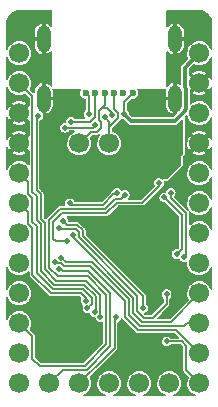
<source format=gbl>
G04 #@! TF.GenerationSoftware,KiCad,Pcbnew,(5.99.0-11424-g2f41dd4074)*
G04 #@! TF.CreationDate,2021-09-18T21:26:06+03:00*
G04 #@! TF.ProjectId,goldfish,676f6c64-6669-4736-982e-6b696361645f,C*
G04 #@! TF.SameCoordinates,Original*
G04 #@! TF.FileFunction,Copper,L2,Bot*
G04 #@! TF.FilePolarity,Positive*
%FSLAX46Y46*%
G04 Gerber Fmt 4.6, Leading zero omitted, Abs format (unit mm)*
G04 Created by KiCad (PCBNEW (5.99.0-11424-g2f41dd4074)) date 2021-09-18 21:26:06*
%MOMM*%
%LPD*%
G01*
G04 APERTURE LIST*
G04 #@! TA.AperFunction,ComponentPad*
%ADD10C,0.600000*%
G04 #@! TD*
G04 #@! TA.AperFunction,ComponentPad*
%ADD11O,1.200000X2.300000*%
G04 #@! TD*
G04 #@! TA.AperFunction,ComponentPad*
%ADD12C,1.700000*%
G04 #@! TD*
G04 #@! TA.AperFunction,ViaPad*
%ADD13C,0.500000*%
G04 #@! TD*
G04 #@! TA.AperFunction,Conductor*
%ADD14C,0.310000*%
G04 #@! TD*
G04 #@! TA.AperFunction,Conductor*
%ADD15C,0.160000*%
G04 #@! TD*
G04 APERTURE END LIST*
D10*
X28000000Y-30690000D03*
X28800000Y-30690000D03*
X29600000Y-30690000D03*
X30400000Y-30690000D03*
X31200000Y-30690000D03*
X32000000Y-30690000D03*
D11*
X24450000Y-31140000D03*
X35550000Y-26090000D03*
X24450000Y-26090000D03*
X35550000Y-31140000D03*
D12*
X35080000Y-55240000D03*
X32540000Y-55240000D03*
X30000000Y-55240000D03*
X27460000Y-55240000D03*
X24920000Y-55240000D03*
X27460000Y-34920000D03*
X30000000Y-34920000D03*
X22380000Y-55240000D03*
X22380000Y-52700000D03*
X22380000Y-50160000D03*
X22380000Y-47620000D03*
X22380000Y-45080000D03*
X22380000Y-42540000D03*
X22380000Y-40000000D03*
X22380000Y-37460000D03*
X22380000Y-34920000D03*
X22380000Y-32380000D03*
X22380000Y-29840000D03*
X22380000Y-27300000D03*
X37620000Y-27300000D03*
X37620000Y-29840000D03*
X37620000Y-32380000D03*
X37620000Y-34920000D03*
X37620000Y-37460000D03*
X37620000Y-40000000D03*
X37620000Y-42540000D03*
X37620000Y-45080000D03*
X37620000Y-47620000D03*
X37620000Y-50160000D03*
X37620000Y-52700000D03*
X37620000Y-55240000D03*
D13*
X35800000Y-38350000D03*
X33450000Y-49200000D03*
X35650000Y-43600000D03*
X30900000Y-40450000D03*
X26800000Y-41350000D03*
X24450000Y-29550000D03*
X30950000Y-52200000D03*
X35550000Y-29550000D03*
X35850000Y-36200000D03*
X31450000Y-33500000D03*
X34500000Y-30750000D03*
X26600000Y-32450000D03*
X24350000Y-37300000D03*
X24000000Y-47300000D03*
X24000000Y-52900000D03*
X26700000Y-37500000D03*
X36000000Y-34900000D03*
X32750000Y-30750000D03*
X27250000Y-30750000D03*
X29250000Y-51750000D03*
X25500000Y-30750000D03*
X31550000Y-36750000D03*
X34850000Y-32450000D03*
X32450000Y-32450000D03*
X26350000Y-35850000D03*
X29250000Y-50350000D03*
X34650000Y-36850000D03*
X31800000Y-50800000D03*
X35550000Y-27700000D03*
X24000000Y-50100000D03*
X24000000Y-48700000D03*
X24950000Y-36250000D03*
X24000000Y-51500000D03*
X23000000Y-46350000D03*
X24450000Y-27700000D03*
X24350000Y-38700000D03*
X36000000Y-33400000D03*
X28150000Y-49600000D03*
X28150000Y-50800000D03*
X27550000Y-32450000D03*
X30700000Y-36000000D03*
X33050000Y-33650000D03*
X33400000Y-32450000D03*
X33150000Y-51750000D03*
X28400000Y-36650000D03*
X32850000Y-37450000D03*
X29750000Y-36900000D03*
X30950000Y-50200000D03*
X31300000Y-34800000D03*
X34550000Y-33650000D03*
X25150000Y-32450000D03*
X28800000Y-33400000D03*
X26250000Y-33600000D03*
X26750000Y-33100000D03*
X34200000Y-38300000D03*
X26450000Y-43200000D03*
X26900000Y-42700000D03*
X25950000Y-44600000D03*
X25400000Y-45000000D03*
X34850000Y-51700000D03*
X31300000Y-39300000D03*
X25750000Y-42100000D03*
X34850000Y-47700000D03*
X32850000Y-48900000D03*
X26100000Y-41500000D03*
X28000000Y-48250000D03*
X28150000Y-48900000D03*
X28750000Y-49200000D03*
X29250000Y-49650000D03*
X24000000Y-32600000D03*
X34650000Y-39500000D03*
X35700000Y-44300000D03*
X36350000Y-44550000D03*
X35200000Y-39100000D03*
X25750000Y-45600000D03*
X29600000Y-32700000D03*
X30250000Y-32550000D03*
X31250000Y-32450000D03*
X28250000Y-32450000D03*
X26660000Y-40000000D03*
X30650000Y-39100000D03*
X30600000Y-49650000D03*
D14*
X36450000Y-36900000D02*
X36450000Y-36090000D01*
X30900000Y-40450000D02*
X32900000Y-40450000D01*
X34250000Y-44900000D02*
X35550000Y-43600000D01*
X30900000Y-40450000D02*
X34050000Y-43600000D01*
X30000000Y-41350000D02*
X30900000Y-40450000D01*
X33450000Y-49200000D02*
X33600000Y-49200000D01*
D15*
X35800000Y-38350000D02*
X35000000Y-38350000D01*
D14*
X36450000Y-36090000D02*
X37620000Y-34920000D01*
X34050000Y-43600000D02*
X35650000Y-43600000D01*
X33600000Y-49200000D02*
X34250000Y-48550000D01*
X26800000Y-41350000D02*
X30000000Y-41350000D01*
X32900000Y-40450000D02*
X35000000Y-38350000D01*
X35000000Y-38350000D02*
X36450000Y-36900000D01*
X35550000Y-43600000D02*
X35650000Y-43600000D01*
X34250000Y-48550000D02*
X34250000Y-44900000D01*
D15*
X27550000Y-32450000D02*
X26600000Y-32450000D01*
X25700000Y-35150000D02*
X25700000Y-33350000D01*
X25700000Y-33350000D02*
X26600000Y-32450000D01*
X32450000Y-32450000D02*
X33400000Y-32450000D01*
X26250000Y-33600000D02*
X28600000Y-33600000D01*
X28600000Y-33600000D02*
X28800000Y-33400000D01*
X28800000Y-30690000D02*
X28750000Y-30740000D01*
X28750000Y-30740000D02*
X28750000Y-32700000D01*
X28750000Y-32700000D02*
X28350000Y-33100000D01*
X26750000Y-33100000D02*
X28350000Y-33100000D01*
X34200000Y-38550000D02*
X34200000Y-38300000D01*
X30650000Y-39950000D02*
X32800000Y-39950000D01*
X26250000Y-43200000D02*
X25450000Y-43200000D01*
X25450000Y-43200000D02*
X25250000Y-43000000D01*
X25250000Y-41600000D02*
X26000000Y-40850000D01*
X26000000Y-40850000D02*
X29750000Y-40850000D01*
X25250000Y-43000000D02*
X25250000Y-41600000D01*
X32800000Y-39950000D02*
X34200000Y-38550000D01*
X29750000Y-40850000D02*
X30650000Y-39950000D01*
X35190000Y-50050000D02*
X37620000Y-47620000D01*
X26900000Y-42900000D02*
X32000000Y-48000000D01*
X32000000Y-48000000D02*
X32000000Y-49300000D01*
X32750000Y-50050000D02*
X35190000Y-50050000D01*
X26900000Y-42700000D02*
X26900000Y-42900000D01*
X32000000Y-49300000D02*
X32750000Y-50050000D01*
X31650000Y-49450000D02*
X32600000Y-50400000D01*
X25950000Y-44600000D02*
X26350000Y-45000000D01*
X36350000Y-50400000D02*
X36590000Y-50160000D01*
X36590000Y-50160000D02*
X37620000Y-50160000D01*
X28500000Y-45000000D02*
X31650000Y-48150000D01*
X31650000Y-48150000D02*
X31650000Y-49450000D01*
X32600000Y-50400000D02*
X36350000Y-50400000D01*
X26350000Y-45000000D02*
X28500000Y-45000000D01*
X25500000Y-45100000D02*
X25950000Y-45100000D01*
X37620000Y-52700000D02*
X35670000Y-50750000D01*
X31300000Y-48300000D02*
X28350000Y-45350000D01*
X28350000Y-45350000D02*
X26200000Y-45350000D01*
X31300000Y-49600000D02*
X31300000Y-48300000D01*
X35670000Y-50750000D02*
X32450000Y-50750000D01*
X25400000Y-45000000D02*
X25500000Y-45100000D01*
X32450000Y-50750000D02*
X31300000Y-49600000D01*
X26200000Y-45350000D02*
X25950000Y-45100000D01*
X36500000Y-52050000D02*
X36500000Y-54120000D01*
X36500000Y-54120000D02*
X37620000Y-55240000D01*
X36150000Y-51700000D02*
X36500000Y-52050000D01*
X34850000Y-51700000D02*
X36150000Y-51700000D01*
X29750000Y-47750000D02*
X28200000Y-46200000D01*
X24900000Y-41450000D02*
X25850000Y-40500000D01*
X22380000Y-50160000D02*
X23500000Y-51280000D01*
X25850000Y-40500000D02*
X29600000Y-40500000D01*
X23500000Y-51280000D02*
X23500000Y-53150000D01*
X27950000Y-53750000D02*
X29750000Y-51950000D01*
X23500000Y-53150000D02*
X24100000Y-53750000D01*
X24900000Y-45450000D02*
X24900000Y-41450000D01*
X29600000Y-40500000D02*
X30500000Y-39600000D01*
X28200000Y-46200000D02*
X25650000Y-46200000D01*
X31000000Y-39600000D02*
X31300000Y-39300000D01*
X30500000Y-39600000D02*
X31000000Y-39600000D01*
X29750000Y-51950000D02*
X29750000Y-47750000D01*
X24100000Y-53750000D02*
X27950000Y-53750000D01*
X25650000Y-46200000D02*
X24900000Y-45450000D01*
X33700000Y-49700000D02*
X34850000Y-48550000D01*
X32350000Y-47850000D02*
X27400000Y-42900000D01*
X25850000Y-42200000D02*
X25750000Y-42100000D01*
X27150000Y-42200000D02*
X25850000Y-42200000D01*
X32350000Y-49150000D02*
X32900000Y-49700000D01*
X32900000Y-49700000D02*
X33700000Y-49700000D01*
X27400000Y-42900000D02*
X27400000Y-42450000D01*
X27400000Y-42450000D02*
X27150000Y-42200000D01*
X34850000Y-48550000D02*
X34850000Y-47700000D01*
X32350000Y-47850000D02*
X32350000Y-49150000D01*
X27300000Y-41850000D02*
X27750000Y-42300000D01*
X27750000Y-42300000D02*
X27750000Y-42750000D01*
X32850000Y-48900000D02*
X32850000Y-47850000D01*
X26100000Y-41500000D02*
X26450000Y-41850000D01*
X26450000Y-41850000D02*
X27300000Y-41850000D01*
X27750000Y-42750000D02*
X32850000Y-47850000D01*
X27600000Y-47600000D02*
X28000000Y-48000000D01*
X28000000Y-48000000D02*
X28000000Y-48250000D01*
X23150000Y-41750000D02*
X23500000Y-42100000D01*
X27600000Y-47600000D02*
X25050000Y-47600000D01*
X23150000Y-40770000D02*
X23150000Y-41750000D01*
X25050000Y-47600000D02*
X23500000Y-46050000D01*
X23500000Y-46050000D02*
X23500000Y-42100000D01*
X22380000Y-40000000D02*
X23150000Y-40770000D01*
X23150000Y-38230000D02*
X22380000Y-37460000D01*
X28500000Y-48000000D02*
X27750000Y-47250000D01*
X28150000Y-48900000D02*
X28500000Y-48550000D01*
X23150000Y-39200000D02*
X23150000Y-38230000D01*
X23850000Y-41950000D02*
X23500000Y-41600000D01*
X23500000Y-39550000D02*
X23150000Y-39200000D01*
X23500000Y-41600000D02*
X23500000Y-39550000D01*
X25200000Y-47250000D02*
X27750000Y-47250000D01*
X28500000Y-48550000D02*
X28500000Y-48000000D01*
X23850000Y-41950000D02*
X23850000Y-45900000D01*
X23850000Y-45900000D02*
X25200000Y-47250000D01*
X27900000Y-46900000D02*
X28850000Y-47850000D01*
X23850000Y-41450000D02*
X24200000Y-41800000D01*
X22380000Y-29840000D02*
X23500000Y-30960000D01*
X25350000Y-46900000D02*
X24200000Y-45750000D01*
X27900000Y-46900000D02*
X25350000Y-46900000D01*
X28850000Y-49100000D02*
X28750000Y-49200000D01*
X28850000Y-47850000D02*
X28850000Y-49100000D01*
X23850000Y-39400000D02*
X23850000Y-41450000D01*
X23500000Y-30960000D02*
X23500000Y-39050000D01*
X24200000Y-45750000D02*
X24200000Y-41800000D01*
X23500000Y-39050000D02*
X23850000Y-39400000D01*
X28050000Y-46550000D02*
X25500000Y-46550000D01*
X24200000Y-41300000D02*
X24200000Y-39500000D01*
X29250000Y-47750000D02*
X28050000Y-46550000D01*
X24550000Y-41650000D02*
X24200000Y-41300000D01*
X23850000Y-32750000D02*
X24000000Y-32600000D01*
X29250000Y-49650000D02*
X29250000Y-47750000D01*
X25500000Y-46550000D02*
X24550000Y-45600000D01*
X24200000Y-39250000D02*
X23850000Y-38900000D01*
X24200000Y-39500000D02*
X24200000Y-39250000D01*
X24550000Y-45600000D02*
X24550000Y-41650000D01*
X23850000Y-38900000D02*
X23850000Y-32750000D01*
X36150000Y-41000000D02*
X36150000Y-43850000D01*
X36150000Y-43850000D02*
X35700000Y-44300000D01*
X34650000Y-39500000D02*
X36150000Y-41000000D01*
X35200000Y-39550000D02*
X36500000Y-40850000D01*
X36500000Y-40850000D02*
X36500000Y-44400000D01*
X35200000Y-39100000D02*
X35200000Y-39550000D01*
X36500000Y-44400000D02*
X36350000Y-44550000D01*
X28100000Y-54100000D02*
X26060000Y-54100000D01*
X28200000Y-45700000D02*
X30100000Y-47600000D01*
X25950000Y-45600000D02*
X26050000Y-45700000D01*
X30100000Y-52100000D02*
X28100000Y-54100000D01*
X26050000Y-45700000D02*
X28200000Y-45700000D01*
X25750000Y-45600000D02*
X25950000Y-45600000D01*
X26060000Y-54100000D02*
X24920000Y-55240000D01*
X30100000Y-47600000D02*
X30100000Y-52100000D01*
X30400000Y-32000000D02*
X30750000Y-32350000D01*
X30000000Y-33550000D02*
X30000000Y-34920000D01*
X30750000Y-32800000D02*
X30000000Y-33550000D01*
X30400000Y-30690000D02*
X30400000Y-32000000D01*
X30750000Y-32350000D02*
X30750000Y-32800000D01*
X29600000Y-32700000D02*
X30000000Y-33100000D01*
X30000000Y-33100000D02*
X30000000Y-33550000D01*
X29000000Y-33950000D02*
X28430000Y-33950000D01*
X30250000Y-32550000D02*
X30250000Y-32350000D01*
X29300000Y-33650000D02*
X29000000Y-33950000D01*
X29300000Y-33150000D02*
X29300000Y-33650000D01*
X29850000Y-31950000D02*
X29350000Y-31950000D01*
X29350000Y-31950000D02*
X29600000Y-31700000D01*
X30250000Y-32350000D02*
X29850000Y-31950000D01*
X28430000Y-33950000D02*
X27460000Y-34920000D01*
X29100000Y-32950000D02*
X29300000Y-33150000D01*
X29100000Y-32200000D02*
X29100000Y-32950000D01*
X29600000Y-31700000D02*
X29600000Y-30690000D01*
X29100000Y-32200000D02*
X29350000Y-31950000D01*
D14*
X36500000Y-32000000D02*
X36400000Y-32100000D01*
X37620000Y-27300000D02*
X36400000Y-28520000D01*
D15*
X28250000Y-30940000D02*
X28000000Y-30690000D01*
D14*
X36400000Y-32200000D02*
X35550000Y-33050000D01*
D15*
X30500000Y-39250000D02*
X30350000Y-39250000D01*
D14*
X35550000Y-33050000D02*
X31850000Y-33050000D01*
D15*
X31250000Y-31440000D02*
X31250000Y-32450000D01*
X30350000Y-39250000D02*
X29450000Y-40150000D01*
X32000000Y-30690000D02*
X31250000Y-31440000D01*
D14*
X36400000Y-32100000D02*
X36400000Y-32200000D01*
D15*
X28250000Y-32450000D02*
X28250000Y-30940000D01*
D14*
X36400000Y-30200000D02*
X36500000Y-30300000D01*
D15*
X26810000Y-40150000D02*
X26660000Y-40000000D01*
X30650000Y-39100000D02*
X30500000Y-39250000D01*
X29450000Y-40150000D02*
X26810000Y-40150000D01*
D14*
X36400000Y-28520000D02*
X36400000Y-30200000D01*
X31850000Y-33050000D02*
X31250000Y-32450000D01*
X36500000Y-30300000D02*
X36500000Y-32000000D01*
D15*
X30450000Y-52250000D02*
X30450000Y-49800000D01*
X29800000Y-52900000D02*
X30450000Y-52250000D01*
X27460000Y-55240000D02*
X29800000Y-52900000D01*
X30450000Y-49800000D02*
X30600000Y-49650000D01*
G04 #@! TA.AperFunction,Conductor*
G36*
X31127560Y-49771820D02*
G01*
X31135479Y-49782719D01*
X31143329Y-49787251D01*
X31159686Y-49799804D01*
X32274021Y-50914140D01*
X32276869Y-50917140D01*
X32305479Y-50948915D01*
X32325751Y-50957941D01*
X32329210Y-50959481D01*
X32340103Y-50965396D01*
X32354924Y-50975021D01*
X32354925Y-50975022D01*
X32361888Y-50979543D01*
X32370089Y-50980842D01*
X32370835Y-50980960D01*
X32390604Y-50986816D01*
X32391290Y-50987121D01*
X32391291Y-50987121D01*
X32398880Y-50990500D01*
X32424856Y-50990500D01*
X32437214Y-50991473D01*
X32454664Y-50994237D01*
X32454666Y-50994237D01*
X32462868Y-50995536D01*
X32471617Y-50993192D01*
X32492062Y-50990500D01*
X35537660Y-50990500D01*
X35588440Y-51008982D01*
X35593521Y-51013639D01*
X35904521Y-51324639D01*
X35927359Y-51373615D01*
X35913373Y-51425813D01*
X35869107Y-51456808D01*
X35848660Y-51459500D01*
X35222757Y-51459500D01*
X35171977Y-51441018D01*
X35166896Y-51436361D01*
X35094294Y-51363759D01*
X35080007Y-51356479D01*
X35038402Y-51335281D01*
X34978433Y-51304725D01*
X34972294Y-51303753D01*
X34972292Y-51303752D01*
X34856143Y-51285356D01*
X34850000Y-51284383D01*
X34843857Y-51285356D01*
X34727708Y-51303752D01*
X34727706Y-51303753D01*
X34721567Y-51304725D01*
X34661598Y-51335281D01*
X34619994Y-51356479D01*
X34605706Y-51363759D01*
X34513759Y-51455706D01*
X34454725Y-51571567D01*
X34434383Y-51700000D01*
X34435356Y-51706143D01*
X34453019Y-51817660D01*
X34454725Y-51828433D01*
X34513759Y-51944294D01*
X34605706Y-52036241D01*
X34721567Y-52095275D01*
X34727706Y-52096247D01*
X34727708Y-52096248D01*
X34843857Y-52114644D01*
X34850000Y-52115617D01*
X34856143Y-52114644D01*
X34972292Y-52096248D01*
X34972294Y-52096247D01*
X34978433Y-52095275D01*
X35094294Y-52036241D01*
X35166896Y-51963639D01*
X35215872Y-51940801D01*
X35222757Y-51940500D01*
X36017659Y-51940500D01*
X36068439Y-51958982D01*
X36073521Y-51963639D01*
X36236362Y-52126481D01*
X36259199Y-52175457D01*
X36259500Y-52182342D01*
X36259500Y-54111625D01*
X36259392Y-54115759D01*
X36257154Y-54158462D01*
X36266465Y-54182718D01*
X36269981Y-54194587D01*
X36275384Y-54220006D01*
X36280706Y-54227330D01*
X36290551Y-54245463D01*
X36293794Y-54253912D01*
X36312158Y-54272276D01*
X36320205Y-54281696D01*
X36335479Y-54302719D01*
X36343329Y-54307251D01*
X36359686Y-54319804D01*
X36713298Y-54673416D01*
X36736136Y-54722392D01*
X36726666Y-54767334D01*
X36686720Y-54839996D01*
X36626800Y-55028889D01*
X36604710Y-55225823D01*
X36621292Y-55423297D01*
X36675915Y-55613790D01*
X36766498Y-55790045D01*
X36889590Y-55945348D01*
X37040504Y-56073786D01*
X37043878Y-56075672D01*
X37043880Y-56075673D01*
X37070070Y-56090310D01*
X37213490Y-56170465D01*
X37217152Y-56171655D01*
X37217157Y-56171657D01*
X37291667Y-56195866D01*
X37334251Y-56229136D01*
X37345486Y-56281994D01*
X37320116Y-56329708D01*
X37267255Y-56350000D01*
X35438926Y-56350000D01*
X35388146Y-56331518D01*
X35361126Y-56284718D01*
X35370510Y-56231500D01*
X35411906Y-56196764D01*
X35417681Y-56194910D01*
X35447190Y-56186671D01*
X35541858Y-56138851D01*
X35620619Y-56099066D01*
X35620621Y-56099065D01*
X35624073Y-56097321D01*
X35780232Y-55975316D01*
X35852827Y-55891214D01*
X35907196Y-55828228D01*
X35907200Y-55828223D01*
X35909720Y-55825303D01*
X35911626Y-55821947D01*
X35911630Y-55821942D01*
X36005695Y-55656356D01*
X36007604Y-55652996D01*
X36018699Y-55619643D01*
X36068935Y-55468630D01*
X36068936Y-55468625D01*
X36070156Y-55464958D01*
X36094993Y-55268351D01*
X36095389Y-55240000D01*
X36076051Y-55042777D01*
X36051968Y-54963008D01*
X36019891Y-54856765D01*
X36018774Y-54853065D01*
X36016963Y-54849660D01*
X36016961Y-54849654D01*
X35927551Y-54681500D01*
X35925739Y-54678092D01*
X35921998Y-54673504D01*
X35802930Y-54527514D01*
X35800490Y-54524522D01*
X35788415Y-54514532D01*
X35650773Y-54400665D01*
X35650772Y-54400664D01*
X35647798Y-54398204D01*
X35629979Y-54388569D01*
X35541633Y-54340801D01*
X35473479Y-54303950D01*
X35284172Y-54245350D01*
X35087089Y-54224636D01*
X35083243Y-54224986D01*
X35083242Y-54224986D01*
X35035487Y-54229332D01*
X34889735Y-54242596D01*
X34886028Y-54243687D01*
X34703338Y-54297456D01*
X34703335Y-54297457D01*
X34699629Y-54298548D01*
X34696202Y-54300340D01*
X34696201Y-54300340D01*
X34691480Y-54302808D01*
X34524010Y-54390359D01*
X34521003Y-54392777D01*
X34521001Y-54392778D01*
X34444207Y-54454522D01*
X34369570Y-54514532D01*
X34242189Y-54666339D01*
X34240327Y-54669727D01*
X34240325Y-54669729D01*
X34187151Y-54766453D01*
X34146720Y-54839996D01*
X34086800Y-55028889D01*
X34064710Y-55225823D01*
X34081292Y-55423297D01*
X34135915Y-55613790D01*
X34226498Y-55790045D01*
X34349590Y-55945348D01*
X34500504Y-56073786D01*
X34503878Y-56075672D01*
X34503880Y-56075673D01*
X34530070Y-56090310D01*
X34673490Y-56170465D01*
X34677152Y-56171655D01*
X34677157Y-56171657D01*
X34751667Y-56195866D01*
X34794251Y-56229136D01*
X34805486Y-56281994D01*
X34780116Y-56329708D01*
X34727255Y-56350000D01*
X32898926Y-56350000D01*
X32848146Y-56331518D01*
X32821126Y-56284718D01*
X32830510Y-56231500D01*
X32871906Y-56196764D01*
X32877681Y-56194910D01*
X32907190Y-56186671D01*
X33001858Y-56138851D01*
X33080619Y-56099066D01*
X33080621Y-56099065D01*
X33084073Y-56097321D01*
X33240232Y-55975316D01*
X33312827Y-55891214D01*
X33367196Y-55828228D01*
X33367200Y-55828223D01*
X33369720Y-55825303D01*
X33371626Y-55821947D01*
X33371630Y-55821942D01*
X33465695Y-55656356D01*
X33467604Y-55652996D01*
X33478699Y-55619643D01*
X33528935Y-55468630D01*
X33528936Y-55468625D01*
X33530156Y-55464958D01*
X33554993Y-55268351D01*
X33555389Y-55240000D01*
X33536051Y-55042777D01*
X33511968Y-54963008D01*
X33479891Y-54856765D01*
X33478774Y-54853065D01*
X33476963Y-54849660D01*
X33476961Y-54849654D01*
X33387551Y-54681500D01*
X33385739Y-54678092D01*
X33381998Y-54673504D01*
X33262930Y-54527514D01*
X33260490Y-54524522D01*
X33248415Y-54514532D01*
X33110773Y-54400665D01*
X33110772Y-54400664D01*
X33107798Y-54398204D01*
X33089979Y-54388569D01*
X33001633Y-54340801D01*
X32933479Y-54303950D01*
X32744172Y-54245350D01*
X32547089Y-54224636D01*
X32543243Y-54224986D01*
X32543242Y-54224986D01*
X32495487Y-54229332D01*
X32349735Y-54242596D01*
X32346028Y-54243687D01*
X32163338Y-54297456D01*
X32163335Y-54297457D01*
X32159629Y-54298548D01*
X32156202Y-54300340D01*
X32156201Y-54300340D01*
X32151480Y-54302808D01*
X31984010Y-54390359D01*
X31981003Y-54392777D01*
X31981001Y-54392778D01*
X31904207Y-54454522D01*
X31829570Y-54514532D01*
X31702189Y-54666339D01*
X31700327Y-54669727D01*
X31700325Y-54669729D01*
X31647151Y-54766453D01*
X31606720Y-54839996D01*
X31546800Y-55028889D01*
X31524710Y-55225823D01*
X31541292Y-55423297D01*
X31595915Y-55613790D01*
X31686498Y-55790045D01*
X31809590Y-55945348D01*
X31960504Y-56073786D01*
X31963878Y-56075672D01*
X31963880Y-56075673D01*
X31990070Y-56090310D01*
X32133490Y-56170465D01*
X32137152Y-56171655D01*
X32137157Y-56171657D01*
X32211667Y-56195866D01*
X32254251Y-56229136D01*
X32265486Y-56281994D01*
X32240116Y-56329708D01*
X32187255Y-56350000D01*
X30358926Y-56350000D01*
X30308146Y-56331518D01*
X30281126Y-56284718D01*
X30290510Y-56231500D01*
X30331906Y-56196764D01*
X30337681Y-56194910D01*
X30367190Y-56186671D01*
X30461858Y-56138851D01*
X30540619Y-56099066D01*
X30540621Y-56099065D01*
X30544073Y-56097321D01*
X30700232Y-55975316D01*
X30772827Y-55891214D01*
X30827196Y-55828228D01*
X30827200Y-55828223D01*
X30829720Y-55825303D01*
X30831626Y-55821947D01*
X30831630Y-55821942D01*
X30925695Y-55656356D01*
X30927604Y-55652996D01*
X30938699Y-55619643D01*
X30988935Y-55468630D01*
X30988936Y-55468625D01*
X30990156Y-55464958D01*
X31014993Y-55268351D01*
X31015389Y-55240000D01*
X30996051Y-55042777D01*
X30971968Y-54963008D01*
X30939891Y-54856765D01*
X30938774Y-54853065D01*
X30936963Y-54849660D01*
X30936961Y-54849654D01*
X30847551Y-54681500D01*
X30845739Y-54678092D01*
X30841998Y-54673504D01*
X30722930Y-54527514D01*
X30720490Y-54524522D01*
X30708415Y-54514532D01*
X30570773Y-54400665D01*
X30570772Y-54400664D01*
X30567798Y-54398204D01*
X30549979Y-54388569D01*
X30461633Y-54340801D01*
X30393479Y-54303950D01*
X30204172Y-54245350D01*
X30007089Y-54224636D01*
X30003243Y-54224986D01*
X30003242Y-54224986D01*
X29955487Y-54229332D01*
X29809735Y-54242596D01*
X29806028Y-54243687D01*
X29623338Y-54297456D01*
X29623335Y-54297457D01*
X29619629Y-54298548D01*
X29616202Y-54300340D01*
X29616201Y-54300340D01*
X29611480Y-54302808D01*
X29444010Y-54390359D01*
X29441003Y-54392777D01*
X29441001Y-54392778D01*
X29364207Y-54454522D01*
X29289570Y-54514532D01*
X29162189Y-54666339D01*
X29160327Y-54669727D01*
X29160325Y-54669729D01*
X29107151Y-54766453D01*
X29066720Y-54839996D01*
X29006800Y-55028889D01*
X28984710Y-55225823D01*
X29001292Y-55423297D01*
X29055915Y-55613790D01*
X29146498Y-55790045D01*
X29269590Y-55945348D01*
X29420504Y-56073786D01*
X29423878Y-56075672D01*
X29423880Y-56075673D01*
X29450070Y-56090310D01*
X29593490Y-56170465D01*
X29597152Y-56171655D01*
X29597157Y-56171657D01*
X29671667Y-56195866D01*
X29714251Y-56229136D01*
X29725486Y-56281994D01*
X29700116Y-56329708D01*
X29647255Y-56350000D01*
X27818926Y-56350000D01*
X27768146Y-56331518D01*
X27741126Y-56284718D01*
X27750510Y-56231500D01*
X27791906Y-56196764D01*
X27797681Y-56194910D01*
X27827190Y-56186671D01*
X27921858Y-56138851D01*
X28000619Y-56099066D01*
X28000621Y-56099065D01*
X28004073Y-56097321D01*
X28160232Y-55975316D01*
X28232827Y-55891214D01*
X28287196Y-55828228D01*
X28287200Y-55828223D01*
X28289720Y-55825303D01*
X28291626Y-55821947D01*
X28291630Y-55821942D01*
X28385695Y-55656356D01*
X28387604Y-55652996D01*
X28398699Y-55619643D01*
X28448935Y-55468630D01*
X28448936Y-55468625D01*
X28450156Y-55464958D01*
X28474993Y-55268351D01*
X28475389Y-55240000D01*
X28456051Y-55042777D01*
X28431968Y-54963008D01*
X28399891Y-54856765D01*
X28398774Y-54853065D01*
X28382962Y-54823328D01*
X28352722Y-54766453D01*
X28345201Y-54712940D01*
X28366614Y-54673504D01*
X29987934Y-53052185D01*
X29987936Y-53052182D01*
X30614140Y-52425979D01*
X30617140Y-52423131D01*
X30642744Y-52400077D01*
X30648915Y-52394521D01*
X30659481Y-52370790D01*
X30665396Y-52359897D01*
X30675021Y-52345076D01*
X30675022Y-52345075D01*
X30679543Y-52338112D01*
X30680960Y-52329164D01*
X30686816Y-52309396D01*
X30687121Y-52308710D01*
X30687121Y-52308709D01*
X30690500Y-52301120D01*
X30690500Y-52275144D01*
X30691473Y-52262786D01*
X30694237Y-52245336D01*
X30694237Y-52245334D01*
X30695536Y-52237132D01*
X30693192Y-52228383D01*
X30690500Y-52207938D01*
X30690500Y-50113014D01*
X30708982Y-50062234D01*
X30733633Y-50042625D01*
X30812052Y-50002669D01*
X30838754Y-49989064D01*
X30838755Y-49989063D01*
X30844294Y-49986241D01*
X30936241Y-49894294D01*
X30939065Y-49888752D01*
X30939067Y-49888749D01*
X30993260Y-49782390D01*
X31032781Y-49745535D01*
X31086746Y-49742707D01*
X31127560Y-49771820D01*
G37*
G04 #@! TD.AperFunction*
G04 #@! TA.AperFunction,Conductor*
G36*
X21388500Y-45368875D02*
G01*
X21424940Y-45415515D01*
X21435915Y-45453790D01*
X21526498Y-45630045D01*
X21649590Y-45785348D01*
X21800504Y-45913786D01*
X21973490Y-46010465D01*
X21977152Y-46011655D01*
X21977157Y-46011657D01*
X22082118Y-46045760D01*
X22161960Y-46071702D01*
X22165797Y-46072160D01*
X22165799Y-46072160D01*
X22354892Y-46094708D01*
X22354895Y-46094708D01*
X22358735Y-46095166D01*
X22556320Y-46079963D01*
X22747190Y-46026671D01*
X22917780Y-45940500D01*
X22920619Y-45939066D01*
X22920621Y-45939065D01*
X22924073Y-45937321D01*
X23080232Y-45815316D01*
X23120697Y-45768437D01*
X23167870Y-45742073D01*
X23220951Y-45752199D01*
X23255106Y-45794077D01*
X23259500Y-45820057D01*
X23259500Y-46041625D01*
X23259392Y-46045760D01*
X23257654Y-46078925D01*
X23257154Y-46088462D01*
X23266465Y-46112718D01*
X23269981Y-46124587D01*
X23275384Y-46150006D01*
X23280706Y-46157330D01*
X23290551Y-46175463D01*
X23293794Y-46183912D01*
X23312158Y-46202276D01*
X23320205Y-46211696D01*
X23335479Y-46232719D01*
X23343329Y-46237251D01*
X23359686Y-46249804D01*
X24874012Y-47764130D01*
X24876860Y-47767130D01*
X24905479Y-47798915D01*
X24913065Y-47802292D01*
X24913067Y-47802294D01*
X24929206Y-47809479D01*
X24940100Y-47815394D01*
X24954921Y-47825019D01*
X24954924Y-47825020D01*
X24961887Y-47829542D01*
X24970088Y-47830841D01*
X24970832Y-47830959D01*
X24990603Y-47836815D01*
X24998880Y-47840500D01*
X25024857Y-47840500D01*
X25037215Y-47841473D01*
X25054664Y-47844237D01*
X25054666Y-47844237D01*
X25062868Y-47845536D01*
X25071615Y-47843192D01*
X25092063Y-47840500D01*
X27467660Y-47840500D01*
X27518440Y-47858982D01*
X27523521Y-47863639D01*
X27623790Y-47963908D01*
X27646628Y-48012884D01*
X27638319Y-48055634D01*
X27604725Y-48121567D01*
X27584383Y-48250000D01*
X27585356Y-48256143D01*
X27601064Y-48355316D01*
X27604725Y-48378433D01*
X27607547Y-48383971D01*
X27653898Y-48474940D01*
X27663759Y-48494294D01*
X27755706Y-48586241D01*
X27761246Y-48589064D01*
X27766278Y-48592720D01*
X27765167Y-48594249D01*
X27796360Y-48627703D01*
X27799184Y-48681669D01*
X27794027Y-48694431D01*
X27757548Y-48766024D01*
X27757546Y-48766031D01*
X27754725Y-48771567D01*
X27734383Y-48900000D01*
X27754725Y-49028433D01*
X27813759Y-49144294D01*
X27905706Y-49236241D01*
X27911245Y-49239063D01*
X27911246Y-49239064D01*
X27940073Y-49253752D01*
X28021567Y-49295275D01*
X28027706Y-49296247D01*
X28027708Y-49296248D01*
X28143857Y-49314644D01*
X28150000Y-49315617D01*
X28156143Y-49314644D01*
X28167925Y-49312778D01*
X28211603Y-49305860D01*
X28276704Y-49295549D01*
X28329750Y-49305860D01*
X28359451Y-49337711D01*
X28410933Y-49438749D01*
X28410935Y-49438752D01*
X28413759Y-49444294D01*
X28505706Y-49536241D01*
X28621567Y-49595275D01*
X28627706Y-49596247D01*
X28627708Y-49596248D01*
X28733524Y-49613007D01*
X28750000Y-49615617D01*
X28756143Y-49614644D01*
X28761311Y-49614644D01*
X28812091Y-49633126D01*
X28839338Y-49681285D01*
X28854725Y-49778433D01*
X28885281Y-49838402D01*
X28910934Y-49888749D01*
X28913759Y-49894294D01*
X29005706Y-49986241D01*
X29011245Y-49989063D01*
X29011246Y-49989064D01*
X29037948Y-50002669D01*
X29121567Y-50045275D01*
X29127706Y-50046247D01*
X29127708Y-50046248D01*
X29243857Y-50064644D01*
X29250000Y-50065617D01*
X29256143Y-50064644D01*
X29372292Y-50046248D01*
X29372294Y-50046247D01*
X29378433Y-50045275D01*
X29383973Y-50042452D01*
X29383974Y-50042452D01*
X29394636Y-50037020D01*
X29448272Y-50030435D01*
X29493593Y-50059868D01*
X29509500Y-50107410D01*
X29509500Y-51817660D01*
X29491018Y-51868440D01*
X29486361Y-51873521D01*
X27873521Y-53486361D01*
X27824545Y-53509199D01*
X27817660Y-53509500D01*
X24232340Y-53509500D01*
X24181560Y-53491018D01*
X24176479Y-53486361D01*
X23763639Y-53073521D01*
X23740801Y-53024545D01*
X23740500Y-53017660D01*
X23740500Y-51288367D01*
X23740608Y-51284232D01*
X23742412Y-51249825D01*
X23742412Y-51249823D01*
X23742846Y-51241537D01*
X23733537Y-51217287D01*
X23730016Y-51205399D01*
X23726342Y-51188114D01*
X23724616Y-51179994D01*
X23719290Y-51172663D01*
X23709451Y-51154542D01*
X23706206Y-51146088D01*
X23687842Y-51127724D01*
X23679795Y-51118304D01*
X23664521Y-51097281D01*
X23656671Y-51092749D01*
X23640314Y-51080196D01*
X23286945Y-50726827D01*
X23264107Y-50677851D01*
X23274116Y-50631946D01*
X23307604Y-50572996D01*
X23318476Y-50540314D01*
X23368935Y-50388630D01*
X23368936Y-50388625D01*
X23370156Y-50384958D01*
X23394993Y-50188351D01*
X23395389Y-50160000D01*
X23379962Y-50002669D01*
X23376428Y-49966621D01*
X23376428Y-49966620D01*
X23376051Y-49962777D01*
X23351968Y-49883008D01*
X23319891Y-49776765D01*
X23318774Y-49773065D01*
X23316963Y-49769660D01*
X23316961Y-49769654D01*
X23227551Y-49601500D01*
X23225739Y-49598092D01*
X23222157Y-49593699D01*
X23102930Y-49447514D01*
X23100490Y-49444522D01*
X23088415Y-49434532D01*
X22950773Y-49320665D01*
X22950772Y-49320664D01*
X22947798Y-49318204D01*
X22943014Y-49315617D01*
X22830396Y-49254725D01*
X22773479Y-49223950D01*
X22584172Y-49165350D01*
X22387089Y-49144636D01*
X22383243Y-49144986D01*
X22383242Y-49144986D01*
X22335487Y-49149332D01*
X22189735Y-49162596D01*
X22186028Y-49163687D01*
X22003338Y-49217456D01*
X22003335Y-49217457D01*
X21999629Y-49218548D01*
X21824010Y-49310359D01*
X21821003Y-49312777D01*
X21821001Y-49312778D01*
X21811192Y-49320665D01*
X21669570Y-49434532D01*
X21542189Y-49586339D01*
X21540327Y-49589727D01*
X21540325Y-49589729D01*
X21513534Y-49638462D01*
X21446720Y-49759996D01*
X21445551Y-49763680D01*
X21445551Y-49763681D01*
X21424302Y-49830667D01*
X21391330Y-49873482D01*
X21338552Y-49885086D01*
X21290662Y-49860050D01*
X21270000Y-49806780D01*
X21270000Y-47977291D01*
X21288482Y-47926511D01*
X21335282Y-47899491D01*
X21388500Y-47908875D01*
X21424940Y-47955515D01*
X21435915Y-47993790D01*
X21526498Y-48170045D01*
X21649590Y-48325348D01*
X21800504Y-48453786D01*
X21803878Y-48455672D01*
X21803880Y-48455673D01*
X21881462Y-48499032D01*
X21973490Y-48550465D01*
X21977152Y-48551655D01*
X21977157Y-48551657D01*
X22083598Y-48586241D01*
X22161960Y-48611702D01*
X22165797Y-48612160D01*
X22165799Y-48612160D01*
X22354892Y-48634708D01*
X22354895Y-48634708D01*
X22358735Y-48635166D01*
X22556320Y-48619963D01*
X22747190Y-48566671D01*
X22890472Y-48494294D01*
X22920619Y-48479066D01*
X22920621Y-48479065D01*
X22924073Y-48477321D01*
X23023528Y-48399618D01*
X23077190Y-48357693D01*
X23077192Y-48357691D01*
X23080232Y-48355316D01*
X23171139Y-48250000D01*
X23207196Y-48208228D01*
X23207200Y-48208223D01*
X23209720Y-48205303D01*
X23211626Y-48201947D01*
X23211630Y-48201942D01*
X23305695Y-48036356D01*
X23307604Y-48032996D01*
X23308824Y-48029329D01*
X23368935Y-47848630D01*
X23368936Y-47848625D01*
X23370156Y-47844958D01*
X23371925Y-47830959D01*
X23380367Y-47764130D01*
X23394993Y-47648351D01*
X23395389Y-47620000D01*
X23376051Y-47422777D01*
X23318774Y-47233065D01*
X23316963Y-47229660D01*
X23316961Y-47229654D01*
X23227551Y-47061500D01*
X23225739Y-47058092D01*
X23218919Y-47049729D01*
X23102930Y-46907514D01*
X23100490Y-46904522D01*
X23088415Y-46894532D01*
X22950773Y-46780665D01*
X22950772Y-46780664D01*
X22947798Y-46778204D01*
X22929979Y-46768569D01*
X22910059Y-46757799D01*
X22773479Y-46683950D01*
X22584172Y-46625350D01*
X22387089Y-46604636D01*
X22383243Y-46604986D01*
X22383242Y-46604986D01*
X22335487Y-46609332D01*
X22189735Y-46622596D01*
X22186028Y-46623687D01*
X22003338Y-46677456D01*
X22003335Y-46677457D01*
X21999629Y-46678548D01*
X21824010Y-46770359D01*
X21821003Y-46772777D01*
X21821001Y-46772778D01*
X21811192Y-46780665D01*
X21669570Y-46894532D01*
X21542189Y-47046339D01*
X21540327Y-47049727D01*
X21540325Y-47049729D01*
X21533854Y-47061500D01*
X21446720Y-47219996D01*
X21445551Y-47223680D01*
X21445551Y-47223681D01*
X21424302Y-47290667D01*
X21391330Y-47333482D01*
X21338552Y-47345086D01*
X21290662Y-47320050D01*
X21270000Y-47266780D01*
X21270000Y-45437291D01*
X21288482Y-45386511D01*
X21335282Y-45359491D01*
X21388500Y-45368875D01*
G37*
G04 #@! TD.AperFunction*
G04 #@! TA.AperFunction,Conductor*
G36*
X25141780Y-23668482D02*
G01*
X25168800Y-23715282D01*
X25170000Y-23729000D01*
X25170000Y-24991500D01*
X25151518Y-25042280D01*
X25104718Y-25069300D01*
X25051500Y-25059916D01*
X25036670Y-25048852D01*
X24911687Y-24930456D01*
X24904389Y-24924996D01*
X24759085Y-24840596D01*
X24750715Y-24836957D01*
X24623333Y-24798377D01*
X24611993Y-24799001D01*
X24610851Y-24800072D01*
X24610000Y-24803636D01*
X24610000Y-27369741D01*
X24613884Y-27380412D01*
X24617343Y-27382409D01*
X24661517Y-27374819D01*
X24670263Y-27372245D01*
X24824891Y-27306450D01*
X24832804Y-27301937D01*
X24968153Y-27202331D01*
X24974818Y-27196115D01*
X25030794Y-27130229D01*
X25077758Y-27103496D01*
X25130918Y-27113205D01*
X25165400Y-27154813D01*
X25170000Y-27181378D01*
X25170000Y-30041500D01*
X25151518Y-30092280D01*
X25104718Y-30119300D01*
X25051500Y-30109916D01*
X25036670Y-30098852D01*
X24911687Y-29980456D01*
X24904389Y-29974996D01*
X24759085Y-29890596D01*
X24750715Y-29886957D01*
X24623333Y-29848377D01*
X24611993Y-29849001D01*
X24610851Y-29850072D01*
X24610000Y-29853636D01*
X24610000Y-30966070D01*
X24613884Y-30976741D01*
X24619528Y-30980000D01*
X25196070Y-30980000D01*
X25206741Y-30976116D01*
X25210000Y-30970472D01*
X25210000Y-30547921D01*
X25209733Y-30543335D01*
X25195183Y-30418533D01*
X25193085Y-30409659D01*
X25189606Y-30400074D01*
X25189655Y-30346035D01*
X25224427Y-30304670D01*
X25277654Y-30295334D01*
X25283934Y-30296885D01*
X25289019Y-30299611D01*
X25292098Y-30300000D01*
X25294954Y-30300000D01*
X25301298Y-30300399D01*
X25309347Y-30303489D01*
X25334973Y-30300524D01*
X25344051Y-30300000D01*
X27554836Y-30300000D01*
X27605616Y-30318482D01*
X27632636Y-30365282D01*
X27623252Y-30418500D01*
X27616510Y-30427874D01*
X27614881Y-30430354D01*
X27611153Y-30434575D01*
X27555094Y-30553978D01*
X27554228Y-30559542D01*
X27536440Y-30673786D01*
X27534800Y-30684316D01*
X27551903Y-30815111D01*
X27605029Y-30935848D01*
X27689906Y-31036822D01*
X27709500Y-31049865D01*
X27795029Y-31106798D01*
X27795032Y-31106799D01*
X27799711Y-31109914D01*
X27925618Y-31149250D01*
X27931947Y-31149366D01*
X27932400Y-31149540D01*
X27936800Y-31150253D01*
X27936650Y-31151176D01*
X27982381Y-31168776D01*
X28008538Y-31216063D01*
X28009500Y-31228353D01*
X28009500Y-32077243D01*
X27991018Y-32128023D01*
X27986361Y-32133104D01*
X27913759Y-32205706D01*
X27854725Y-32321567D01*
X27853753Y-32327706D01*
X27853752Y-32327708D01*
X27843910Y-32389851D01*
X27834383Y-32450000D01*
X27854725Y-32578433D01*
X27913759Y-32694294D01*
X27944104Y-32724639D01*
X27966942Y-32773615D01*
X27952956Y-32825813D01*
X27908690Y-32856808D01*
X27888243Y-32859500D01*
X27122757Y-32859500D01*
X27071977Y-32841018D01*
X27066896Y-32836361D01*
X26994294Y-32763759D01*
X26981102Y-32757037D01*
X26924963Y-32728433D01*
X26878433Y-32704725D01*
X26872294Y-32703753D01*
X26872292Y-32703752D01*
X26756143Y-32685356D01*
X26750000Y-32684383D01*
X26743857Y-32685356D01*
X26627708Y-32703752D01*
X26627706Y-32703753D01*
X26621567Y-32704725D01*
X26575037Y-32728433D01*
X26518899Y-32757037D01*
X26505706Y-32763759D01*
X26413759Y-32855706D01*
X26354725Y-32971567D01*
X26353753Y-32977706D01*
X26353752Y-32977708D01*
X26351390Y-32992624D01*
X26334383Y-33100000D01*
X26335356Y-33106143D01*
X26335356Y-33106356D01*
X26316874Y-33157136D01*
X26270074Y-33184156D01*
X26256356Y-33185356D01*
X26256143Y-33185356D01*
X26250000Y-33184383D01*
X26243857Y-33185356D01*
X26127708Y-33203752D01*
X26127706Y-33203753D01*
X26121567Y-33204725D01*
X26005706Y-33263759D01*
X25913759Y-33355706D01*
X25910937Y-33361245D01*
X25910936Y-33361246D01*
X25905625Y-33371670D01*
X25854725Y-33471567D01*
X25853753Y-33477706D01*
X25853752Y-33477708D01*
X25840264Y-33562868D01*
X25834383Y-33600000D01*
X25835356Y-33606143D01*
X25847425Y-33682340D01*
X25854725Y-33728433D01*
X25857547Y-33733971D01*
X25904432Y-33825988D01*
X25913759Y-33844294D01*
X26005706Y-33936241D01*
X26011245Y-33939063D01*
X26011246Y-33939064D01*
X26050208Y-33958916D01*
X26121567Y-33995275D01*
X26127706Y-33996247D01*
X26127708Y-33996248D01*
X26243857Y-34014644D01*
X26250000Y-34015617D01*
X26256143Y-34014644D01*
X26372292Y-33996248D01*
X26372294Y-33996247D01*
X26378433Y-33995275D01*
X26449792Y-33958916D01*
X26488754Y-33939064D01*
X26488755Y-33939063D01*
X26494294Y-33936241D01*
X26566896Y-33863639D01*
X26615872Y-33840801D01*
X26622757Y-33840500D01*
X27022061Y-33840500D01*
X27072841Y-33858982D01*
X27099861Y-33905782D01*
X27090477Y-33959000D01*
X27058662Y-33989509D01*
X26904010Y-34070359D01*
X26901003Y-34072777D01*
X26901001Y-34072778D01*
X26825548Y-34133444D01*
X26749570Y-34194532D01*
X26622189Y-34346339D01*
X26620327Y-34349727D01*
X26620325Y-34349729D01*
X26613854Y-34361500D01*
X26526720Y-34519996D01*
X26466800Y-34708889D01*
X26444710Y-34905823D01*
X26461292Y-35103297D01*
X26515915Y-35293790D01*
X26606498Y-35470045D01*
X26729590Y-35625348D01*
X26880504Y-35753786D01*
X27053490Y-35850465D01*
X27057152Y-35851655D01*
X27057157Y-35851657D01*
X27179241Y-35891324D01*
X27241960Y-35911702D01*
X27245797Y-35912160D01*
X27245799Y-35912160D01*
X27434892Y-35934708D01*
X27434895Y-35934708D01*
X27438735Y-35935166D01*
X27636320Y-35919963D01*
X27640658Y-35918752D01*
X27687468Y-35905682D01*
X27827190Y-35866671D01*
X27957189Y-35801004D01*
X28000619Y-35779066D01*
X28000621Y-35779065D01*
X28004073Y-35777321D01*
X28160232Y-35655316D01*
X28188707Y-35622327D01*
X28287196Y-35508228D01*
X28287200Y-35508223D01*
X28289720Y-35505303D01*
X28291626Y-35501947D01*
X28291630Y-35501942D01*
X28385695Y-35336356D01*
X28387604Y-35332996D01*
X28388824Y-35329329D01*
X28448935Y-35148630D01*
X28448936Y-35148625D01*
X28450156Y-35144958D01*
X28474993Y-34948351D01*
X28475389Y-34920000D01*
X28456051Y-34722777D01*
X28398774Y-34533065D01*
X28382962Y-34503328D01*
X28352722Y-34446453D01*
X28345201Y-34392940D01*
X28366614Y-34353504D01*
X28506479Y-34213639D01*
X28555455Y-34190801D01*
X28562340Y-34190500D01*
X28991625Y-34190500D01*
X28995760Y-34190608D01*
X29030172Y-34192412D01*
X29030174Y-34192412D01*
X29038462Y-34192846D01*
X29062718Y-34183535D01*
X29074587Y-34180019D01*
X29100006Y-34174616D01*
X29107330Y-34169294D01*
X29125468Y-34159447D01*
X29125799Y-34159320D01*
X29179830Y-34158385D01*
X29221822Y-34192400D01*
X29232124Y-34245447D01*
X29214617Y-34283857D01*
X29196537Y-34305404D01*
X29162189Y-34346339D01*
X29160327Y-34349727D01*
X29160325Y-34349729D01*
X29153854Y-34361500D01*
X29066720Y-34519996D01*
X29006800Y-34708889D01*
X28984710Y-34905823D01*
X29001292Y-35103297D01*
X29055915Y-35293790D01*
X29146498Y-35470045D01*
X29269590Y-35625348D01*
X29420504Y-35753786D01*
X29593490Y-35850465D01*
X29597152Y-35851655D01*
X29597157Y-35851657D01*
X29719241Y-35891324D01*
X29781960Y-35911702D01*
X29785797Y-35912160D01*
X29785799Y-35912160D01*
X29974892Y-35934708D01*
X29974895Y-35934708D01*
X29978735Y-35935166D01*
X30176320Y-35919963D01*
X30180658Y-35918752D01*
X30227468Y-35905682D01*
X30367190Y-35866671D01*
X30497189Y-35801004D01*
X30540619Y-35779066D01*
X30540621Y-35779065D01*
X30544073Y-35777321D01*
X30700232Y-35655316D01*
X30728707Y-35622327D01*
X30827196Y-35508228D01*
X30827200Y-35508223D01*
X30829720Y-35505303D01*
X30831626Y-35501947D01*
X30831630Y-35501942D01*
X30925695Y-35336356D01*
X30927604Y-35332996D01*
X30928824Y-35329329D01*
X30988935Y-35148630D01*
X30988936Y-35148625D01*
X30990156Y-35144958D01*
X31014993Y-34948351D01*
X31015389Y-34920000D01*
X30996051Y-34722777D01*
X30938774Y-34533065D01*
X30936963Y-34529660D01*
X30936961Y-34529654D01*
X30847551Y-34361500D01*
X30845739Y-34358092D01*
X30841998Y-34353504D01*
X30753868Y-34245447D01*
X30720490Y-34204522D01*
X30708415Y-34194532D01*
X30570773Y-34080665D01*
X30570772Y-34080664D01*
X30567798Y-34078204D01*
X30549979Y-34068569D01*
X30472845Y-34026863D01*
X30393479Y-33983950D01*
X30376028Y-33978548D01*
X30296139Y-33953818D01*
X30253095Y-33921146D01*
X30240500Y-33878351D01*
X30240500Y-33682340D01*
X30258982Y-33631560D01*
X30263639Y-33626479D01*
X30914130Y-32975988D01*
X30917130Y-32973140D01*
X30942743Y-32950078D01*
X30948915Y-32944521D01*
X30952292Y-32936935D01*
X30952294Y-32936933D01*
X30959479Y-32920794D01*
X30965394Y-32909900D01*
X30975018Y-32895080D01*
X30975019Y-32895078D01*
X30979542Y-32888113D01*
X30980841Y-32879911D01*
X30983541Y-32872878D01*
X31018995Y-32832095D01*
X31072369Y-32823642D01*
X31093160Y-32830801D01*
X31116027Y-32842453D01*
X31116031Y-32842454D01*
X31121567Y-32845275D01*
X31127706Y-32846247D01*
X31127708Y-32846248D01*
X31188328Y-32855849D01*
X31231831Y-32878015D01*
X31614722Y-33260906D01*
X31619377Y-33265985D01*
X31644072Y-33295415D01*
X31677338Y-33314621D01*
X31683145Y-33318321D01*
X31703498Y-33332572D01*
X31714607Y-33340351D01*
X31721283Y-33342140D01*
X31727547Y-33345061D01*
X31727497Y-33345169D01*
X31727907Y-33345339D01*
X31727948Y-33345228D01*
X31734444Y-33347592D01*
X31740428Y-33351047D01*
X31778266Y-33357719D01*
X31784976Y-33359207D01*
X31807466Y-33365233D01*
X31815404Y-33367360D01*
X31815405Y-33367360D01*
X31822078Y-33369148D01*
X31828961Y-33368546D01*
X31828963Y-33368546D01*
X31860335Y-33365801D01*
X31867220Y-33365500D01*
X35532783Y-33365500D01*
X35539669Y-33365801D01*
X35571037Y-33368546D01*
X35571039Y-33368546D01*
X35577922Y-33369148D01*
X35615024Y-33359207D01*
X35621734Y-33357719D01*
X35659572Y-33351047D01*
X35665556Y-33347592D01*
X35672052Y-33345228D01*
X35672093Y-33345339D01*
X35672503Y-33345169D01*
X35672453Y-33345061D01*
X35678717Y-33342140D01*
X35685393Y-33340351D01*
X35696503Y-33332572D01*
X35716855Y-33318321D01*
X35722662Y-33314621D01*
X35755928Y-33295415D01*
X35780623Y-33265985D01*
X35785268Y-33260916D01*
X36105140Y-32941044D01*
X36154115Y-32918208D01*
X36206313Y-32932194D01*
X36237308Y-32976460D01*
X36240000Y-32996907D01*
X36240000Y-33295184D01*
X36240494Y-33307743D01*
X36241467Y-33320101D01*
X36242943Y-33332572D01*
X36243071Y-33333379D01*
X36251665Y-33387642D01*
X36251665Y-33412358D01*
X36245035Y-33454219D01*
X36242943Y-33467428D01*
X36241467Y-33479899D01*
X36240494Y-33492257D01*
X36240000Y-33504816D01*
X36240000Y-34795184D01*
X36240031Y-34795971D01*
X36240371Y-34804605D01*
X36240494Y-34807743D01*
X36241467Y-34820101D01*
X36242943Y-34832572D01*
X36251666Y-34887644D01*
X36251666Y-34912355D01*
X36242943Y-34967429D01*
X36241467Y-34979899D01*
X36240494Y-34992257D01*
X36240000Y-35004816D01*
X36240000Y-35801004D01*
X36221518Y-35851784D01*
X36216861Y-35856865D01*
X36160002Y-35913724D01*
X36155188Y-35918752D01*
X36150531Y-35923833D01*
X36118131Y-35977220D01*
X36099649Y-36028000D01*
X36090000Y-36082722D01*
X36090000Y-36095184D01*
X36090494Y-36107743D01*
X36091467Y-36120101D01*
X36092943Y-36132572D01*
X36093071Y-36133379D01*
X36101665Y-36187642D01*
X36101665Y-36212358D01*
X36095035Y-36254219D01*
X36092943Y-36267428D01*
X36091467Y-36279899D01*
X36090494Y-36292257D01*
X36090000Y-36304816D01*
X36090000Y-36703737D01*
X36067946Y-36758493D01*
X36041453Y-36786046D01*
X34965800Y-37904725D01*
X34955193Y-37915756D01*
X34906674Y-37939549D01*
X34898247Y-37940000D01*
X34676437Y-37940000D01*
X34650030Y-37942194D01*
X34624310Y-37946498D01*
X34592259Y-37960936D01*
X34554666Y-37977870D01*
X34554664Y-37977871D01*
X34550025Y-37979961D01*
X34547543Y-37981971D01*
X34495308Y-37992716D01*
X34450955Y-37970420D01*
X34444294Y-37963759D01*
X34432352Y-37957674D01*
X34388402Y-37935281D01*
X34328433Y-37904725D01*
X34322294Y-37903753D01*
X34322292Y-37903752D01*
X34206143Y-37885356D01*
X34200000Y-37884383D01*
X34193857Y-37885356D01*
X34077708Y-37903752D01*
X34077706Y-37903753D01*
X34071567Y-37904725D01*
X34011598Y-37935281D01*
X33967649Y-37957674D01*
X33955706Y-37963759D01*
X33863759Y-38055706D01*
X33804725Y-38171567D01*
X33784383Y-38300000D01*
X33785356Y-38306143D01*
X33797463Y-38382580D01*
X33804725Y-38428433D01*
X33807546Y-38433969D01*
X33807547Y-38433973D01*
X33838319Y-38494365D01*
X33844905Y-38548002D01*
X33823791Y-38586092D01*
X33272386Y-39137496D01*
X32723521Y-39686361D01*
X32674545Y-39709199D01*
X32667660Y-39709500D01*
X31661757Y-39709500D01*
X31610977Y-39691018D01*
X31583957Y-39644218D01*
X31593341Y-39591000D01*
X31605896Y-39574639D01*
X31636241Y-39544294D01*
X31695275Y-39428433D01*
X31715617Y-39300000D01*
X31695275Y-39171567D01*
X31642139Y-39067281D01*
X31639064Y-39061246D01*
X31639063Y-39061245D01*
X31636241Y-39055706D01*
X31544294Y-38963759D01*
X31428433Y-38904725D01*
X31422294Y-38903753D01*
X31422292Y-38903752D01*
X31306143Y-38885356D01*
X31300000Y-38884383D01*
X31293857Y-38885356D01*
X31177708Y-38903752D01*
X31177706Y-38903753D01*
X31171567Y-38904725D01*
X31166031Y-38907546D01*
X31166027Y-38907547D01*
X31114657Y-38933722D01*
X31061020Y-38940308D01*
X31015699Y-38910877D01*
X31008401Y-38899198D01*
X30989064Y-38861246D01*
X30989063Y-38861245D01*
X30986241Y-38855706D01*
X30894294Y-38763759D01*
X30778433Y-38704725D01*
X30772294Y-38703753D01*
X30772292Y-38703752D01*
X30656143Y-38685356D01*
X30650000Y-38684383D01*
X30643857Y-38685356D01*
X30527708Y-38703752D01*
X30527706Y-38703753D01*
X30521567Y-38704725D01*
X30405706Y-38763759D01*
X30313759Y-38855706D01*
X30310937Y-38861245D01*
X30310936Y-38861246D01*
X30291599Y-38899198D01*
X30254725Y-38971567D01*
X30253753Y-38977707D01*
X30251542Y-38991663D01*
X30225342Y-39038926D01*
X30221784Y-39041607D01*
X30216088Y-39043794D01*
X30197724Y-39062158D01*
X30188304Y-39070205D01*
X30167281Y-39085479D01*
X30162749Y-39093329D01*
X30150196Y-39109686D01*
X29373521Y-39886361D01*
X29324545Y-39909199D01*
X29317660Y-39909500D01*
X27123014Y-39909500D01*
X27072234Y-39891018D01*
X27052624Y-39866365D01*
X26999064Y-39761246D01*
X26999063Y-39761245D01*
X26996241Y-39755706D01*
X26904294Y-39663759D01*
X26788433Y-39604725D01*
X26782294Y-39603753D01*
X26782292Y-39603752D01*
X26666143Y-39585356D01*
X26660000Y-39584383D01*
X26653857Y-39585356D01*
X26537708Y-39603752D01*
X26537706Y-39603753D01*
X26531567Y-39604725D01*
X26415706Y-39663759D01*
X26323759Y-39755706D01*
X26264725Y-39871567D01*
X26263753Y-39877706D01*
X26263752Y-39877708D01*
X26258717Y-39909500D01*
X26244383Y-40000000D01*
X26264725Y-40128433D01*
X26267548Y-40133973D01*
X26267548Y-40133974D01*
X26272980Y-40144636D01*
X26279565Y-40198272D01*
X26250132Y-40243593D01*
X26202590Y-40259500D01*
X25858375Y-40259500D01*
X25854240Y-40259392D01*
X25819827Y-40257588D01*
X25819825Y-40257588D01*
X25811538Y-40257154D01*
X25803788Y-40260129D01*
X25803787Y-40260129D01*
X25787288Y-40266462D01*
X25775403Y-40269983D01*
X25767136Y-40271740D01*
X25749994Y-40275384D01*
X25743276Y-40280265D01*
X25743274Y-40280266D01*
X25742664Y-40280709D01*
X25724544Y-40290547D01*
X25723843Y-40290816D01*
X25723842Y-40290817D01*
X25716088Y-40293793D01*
X25697720Y-40312161D01*
X25688294Y-40320212D01*
X25667281Y-40335479D01*
X25663130Y-40342669D01*
X25662751Y-40343325D01*
X25650196Y-40359685D01*
X24735870Y-41274012D01*
X24732870Y-41276860D01*
X24701085Y-41305479D01*
X24697707Y-41313067D01*
X24692828Y-41319782D01*
X24690353Y-41317984D01*
X24662394Y-41346932D01*
X24608650Y-41352577D01*
X24571906Y-41331787D01*
X24463639Y-41223521D01*
X24440801Y-41174545D01*
X24440500Y-41167659D01*
X24440500Y-39258375D01*
X24440608Y-39254240D01*
X24442412Y-39219827D01*
X24442412Y-39219825D01*
X24442846Y-39211538D01*
X24439871Y-39203787D01*
X24433538Y-39187288D01*
X24430017Y-39175403D01*
X24426342Y-39158116D01*
X24424616Y-39149994D01*
X24419734Y-39143274D01*
X24419291Y-39142664D01*
X24409453Y-39124544D01*
X24409184Y-39123843D01*
X24409183Y-39123842D01*
X24406207Y-39116088D01*
X24387839Y-39097720D01*
X24379788Y-39088294D01*
X24369402Y-39073999D01*
X24364521Y-39067281D01*
X24357334Y-39063131D01*
X24357330Y-39063128D01*
X24356676Y-39062751D01*
X24340317Y-39050198D01*
X24230427Y-38940308D01*
X24113639Y-38823521D01*
X24090801Y-38774544D01*
X24090500Y-38767659D01*
X24090500Y-33063014D01*
X24108982Y-33012234D01*
X24133633Y-32992625D01*
X24244294Y-32936241D01*
X24336241Y-32844294D01*
X24355659Y-32806185D01*
X24375035Y-32768157D01*
X24395275Y-32728433D01*
X24397242Y-32716018D01*
X24414644Y-32606143D01*
X24415617Y-32600000D01*
X24399615Y-32498969D01*
X24396248Y-32477708D01*
X24396247Y-32477706D01*
X24395275Y-32471567D01*
X24348845Y-32380443D01*
X24339064Y-32361246D01*
X24339063Y-32361245D01*
X24336241Y-32355706D01*
X24313139Y-32332604D01*
X24290301Y-32283628D01*
X24290000Y-32276743D01*
X24290000Y-31309528D01*
X24610000Y-31309528D01*
X24610000Y-32419741D01*
X24613884Y-32430412D01*
X24617343Y-32432409D01*
X24661517Y-32424819D01*
X24670263Y-32422245D01*
X24824891Y-32356450D01*
X24832804Y-32351937D01*
X24968153Y-32252331D01*
X24974818Y-32246115D01*
X25083620Y-32118049D01*
X25088677Y-32110465D01*
X25165095Y-31960808D01*
X25168275Y-31952258D01*
X25208470Y-31787998D01*
X25209525Y-31781059D01*
X25209923Y-31774642D01*
X25210000Y-31772175D01*
X25210000Y-31313930D01*
X25206116Y-31303259D01*
X25200472Y-31300000D01*
X24623930Y-31300000D01*
X24613259Y-31303884D01*
X24610000Y-31309528D01*
X24290000Y-31309528D01*
X24290000Y-29860259D01*
X24286116Y-29849588D01*
X24282657Y-29847591D01*
X24238483Y-29855181D01*
X24229737Y-29857755D01*
X24075109Y-29923550D01*
X24067196Y-29928063D01*
X23931847Y-30027669D01*
X23925182Y-30033885D01*
X23816380Y-30161951D01*
X23811323Y-30169535D01*
X23734905Y-30319192D01*
X23731725Y-30327742D01*
X23691530Y-30492002D01*
X23690475Y-30498941D01*
X23690077Y-30505358D01*
X23690000Y-30507825D01*
X23690000Y-30619160D01*
X23671518Y-30669940D01*
X23624718Y-30696960D01*
X23571500Y-30687576D01*
X23555139Y-30675021D01*
X23286945Y-30406827D01*
X23264107Y-30357851D01*
X23274116Y-30311946D01*
X23307604Y-30252996D01*
X23315945Y-30227922D01*
X23368935Y-30068630D01*
X23368936Y-30068625D01*
X23370156Y-30064958D01*
X23394993Y-29868351D01*
X23395389Y-29840000D01*
X23376051Y-29642777D01*
X23318774Y-29453065D01*
X23316963Y-29449660D01*
X23316961Y-29449654D01*
X23227551Y-29281500D01*
X23225739Y-29278092D01*
X23218919Y-29269729D01*
X23102930Y-29127514D01*
X23100490Y-29124522D01*
X23088415Y-29114532D01*
X22950773Y-29000665D01*
X22950772Y-29000664D01*
X22947798Y-28998204D01*
X22929979Y-28988569D01*
X22910059Y-28977799D01*
X22773479Y-28903950D01*
X22584172Y-28845350D01*
X22387089Y-28824636D01*
X22383243Y-28824986D01*
X22383242Y-28824986D01*
X22377133Y-28825542D01*
X22189735Y-28842596D01*
X22186028Y-28843687D01*
X22003338Y-28897456D01*
X22003335Y-28897457D01*
X21999629Y-28898548D01*
X21824010Y-28990359D01*
X21821003Y-28992777D01*
X21821001Y-28992778D01*
X21779124Y-29026448D01*
X21669570Y-29114532D01*
X21542189Y-29266339D01*
X21540327Y-29269727D01*
X21540325Y-29269729D01*
X21533854Y-29281500D01*
X21446720Y-29439996D01*
X21445551Y-29443680D01*
X21445551Y-29443681D01*
X21424302Y-29510667D01*
X21391330Y-29553482D01*
X21338552Y-29565086D01*
X21290662Y-29540050D01*
X21270000Y-29486780D01*
X21270000Y-27657291D01*
X21288482Y-27606511D01*
X21335282Y-27579491D01*
X21388500Y-27588875D01*
X21424940Y-27635515D01*
X21435915Y-27673790D01*
X21526498Y-27850045D01*
X21649590Y-28005348D01*
X21800504Y-28133786D01*
X21973490Y-28230465D01*
X21977152Y-28231655D01*
X21977157Y-28231657D01*
X22099241Y-28271324D01*
X22161960Y-28291702D01*
X22165797Y-28292160D01*
X22165799Y-28292160D01*
X22354892Y-28314708D01*
X22354895Y-28314708D01*
X22358735Y-28315166D01*
X22556320Y-28299963D01*
X22747190Y-28246671D01*
X22841858Y-28198851D01*
X22920619Y-28159066D01*
X22920621Y-28159065D01*
X22924073Y-28157321D01*
X23080232Y-28035316D01*
X23108707Y-28002327D01*
X23207196Y-27888228D01*
X23207200Y-27888223D01*
X23209720Y-27885303D01*
X23211626Y-27881947D01*
X23211630Y-27881942D01*
X23305695Y-27716356D01*
X23307604Y-27712996D01*
X23319503Y-27677226D01*
X23368935Y-27528630D01*
X23368936Y-27528625D01*
X23370156Y-27524958D01*
X23394993Y-27328351D01*
X23395389Y-27300000D01*
X23377748Y-27120084D01*
X23376428Y-27106621D01*
X23376428Y-27106620D01*
X23376051Y-27102777D01*
X23351968Y-27023008D01*
X23319891Y-26916765D01*
X23318774Y-26913065D01*
X23316963Y-26909660D01*
X23316961Y-26909654D01*
X23227551Y-26741500D01*
X23225739Y-26738092D01*
X23218919Y-26729729D01*
X23102930Y-26587514D01*
X23100490Y-26584522D01*
X23088415Y-26574532D01*
X22950773Y-26460665D01*
X22950772Y-26460664D01*
X22947798Y-26458204D01*
X22929979Y-26448569D01*
X22910059Y-26437799D01*
X22773479Y-26363950D01*
X22584172Y-26305350D01*
X22387089Y-26284636D01*
X22383243Y-26284986D01*
X22383242Y-26284986D01*
X22335487Y-26289332D01*
X22189735Y-26302596D01*
X22186028Y-26303687D01*
X22003338Y-26357456D01*
X22003335Y-26357457D01*
X21999629Y-26358548D01*
X21824010Y-26450359D01*
X21821003Y-26452777D01*
X21821001Y-26452778D01*
X21811192Y-26460665D01*
X21669570Y-26574532D01*
X21542189Y-26726339D01*
X21540327Y-26729727D01*
X21540325Y-26729729D01*
X21448582Y-26896609D01*
X21446720Y-26899996D01*
X21445551Y-26903680D01*
X21445551Y-26903681D01*
X21424302Y-26970667D01*
X21391330Y-27013482D01*
X21338552Y-27025086D01*
X21290662Y-27000050D01*
X21270000Y-26946780D01*
X21270000Y-26259528D01*
X23690000Y-26259528D01*
X23690000Y-26682079D01*
X23690267Y-26686665D01*
X23704817Y-26811467D01*
X23706916Y-26820345D01*
X23764248Y-26978294D01*
X23768334Y-26986454D01*
X23860468Y-27126982D01*
X23866318Y-27133979D01*
X23988313Y-27249544D01*
X23995611Y-27255004D01*
X24140915Y-27339404D01*
X24149285Y-27343043D01*
X24276667Y-27381623D01*
X24288007Y-27380999D01*
X24289149Y-27379928D01*
X24290000Y-27376364D01*
X24290000Y-26263930D01*
X24286116Y-26253259D01*
X24280472Y-26250000D01*
X23703930Y-26250000D01*
X23693259Y-26253884D01*
X23690000Y-26259528D01*
X21270000Y-26259528D01*
X21270000Y-25457825D01*
X23690000Y-25457825D01*
X23690000Y-25916070D01*
X23693884Y-25926741D01*
X23699528Y-25930000D01*
X24276070Y-25930000D01*
X24286741Y-25926116D01*
X24290000Y-25920472D01*
X24290000Y-24810259D01*
X24286116Y-24799588D01*
X24282657Y-24797591D01*
X24238483Y-24805181D01*
X24229737Y-24807755D01*
X24075109Y-24873550D01*
X24067196Y-24878063D01*
X23931847Y-24977669D01*
X23925182Y-24983885D01*
X23816380Y-25111951D01*
X23811323Y-25119535D01*
X23734905Y-25269192D01*
X23731725Y-25277742D01*
X23691530Y-25442002D01*
X23690475Y-25448941D01*
X23690077Y-25455358D01*
X23690000Y-25457825D01*
X21270000Y-25457825D01*
X21270000Y-24787148D01*
X21272010Y-24769443D01*
X21272121Y-24768959D01*
X21272121Y-24768957D01*
X21274115Y-24760286D01*
X21272151Y-24751607D01*
X21272166Y-24742713D01*
X21272741Y-24742714D01*
X21272204Y-24734802D01*
X21286260Y-24574138D01*
X21288651Y-24560576D01*
X21335154Y-24387027D01*
X21339862Y-24374092D01*
X21415794Y-24211259D01*
X21422674Y-24199342D01*
X21525727Y-24052165D01*
X21534579Y-24041616D01*
X21661616Y-23914579D01*
X21672165Y-23905727D01*
X21700435Y-23885932D01*
X21819342Y-23802674D01*
X21831259Y-23795794D01*
X21994096Y-23719860D01*
X22007027Y-23715154D01*
X22180579Y-23668650D01*
X22194134Y-23666261D01*
X22268767Y-23659731D01*
X22354399Y-23652240D01*
X22362146Y-23652776D01*
X22362147Y-23652105D01*
X22371042Y-23652121D01*
X22379714Y-23654115D01*
X22389291Y-23651948D01*
X22406726Y-23650000D01*
X25091000Y-23650000D01*
X25141780Y-23668482D01*
G37*
G04 #@! TD.AperFunction*
G04 #@! TA.AperFunction,Conductor*
G36*
X21388500Y-30128875D02*
G01*
X21424940Y-30175515D01*
X21435915Y-30213790D01*
X21526498Y-30390045D01*
X21649590Y-30545348D01*
X21800504Y-30673786D01*
X21973490Y-30770465D01*
X21977152Y-30771655D01*
X21977157Y-30771657D01*
X22093727Y-30809532D01*
X22161960Y-30831702D01*
X22165797Y-30832160D01*
X22165799Y-30832160D01*
X22354892Y-30854708D01*
X22354895Y-30854708D01*
X22358735Y-30855166D01*
X22556320Y-30839963D01*
X22747190Y-30786671D01*
X22826169Y-30746776D01*
X22855178Y-30732123D01*
X22908837Y-30725724D01*
X22946658Y-30746776D01*
X23236361Y-31036479D01*
X23259199Y-31085455D01*
X23259500Y-31092340D01*
X23259500Y-31714624D01*
X23241018Y-31765404D01*
X23194371Y-31791903D01*
X22616125Y-32370149D01*
X22611325Y-32380443D01*
X22613011Y-32386737D01*
X23191109Y-32964835D01*
X23213886Y-32975456D01*
X23252098Y-33013668D01*
X23259500Y-33047055D01*
X23259500Y-34254624D01*
X23241018Y-34305404D01*
X23194371Y-34331903D01*
X22616125Y-34910149D01*
X22611325Y-34920443D01*
X22613011Y-34926737D01*
X23191109Y-35504835D01*
X23213886Y-35515456D01*
X23252098Y-35553668D01*
X23259500Y-35587055D01*
X23259500Y-36717630D01*
X23241018Y-36768410D01*
X23194218Y-36795430D01*
X23141000Y-36786046D01*
X23119279Y-36767560D01*
X23102930Y-36747513D01*
X23102927Y-36747510D01*
X23100490Y-36744522D01*
X23089654Y-36735557D01*
X22950773Y-36620665D01*
X22950772Y-36620664D01*
X22947798Y-36618204D01*
X22929979Y-36608569D01*
X22910059Y-36597799D01*
X22773479Y-36523950D01*
X22584172Y-36465350D01*
X22387089Y-36444636D01*
X22383243Y-36444986D01*
X22383242Y-36444986D01*
X22335487Y-36449332D01*
X22189735Y-36462596D01*
X22186028Y-36463687D01*
X22003338Y-36517456D01*
X22003335Y-36517457D01*
X21999629Y-36518548D01*
X21824010Y-36610359D01*
X21821003Y-36612777D01*
X21821001Y-36612778D01*
X21811192Y-36620665D01*
X21669570Y-36734532D01*
X21542189Y-36886339D01*
X21540327Y-36889727D01*
X21540325Y-36889729D01*
X21500821Y-36961587D01*
X21446720Y-37059996D01*
X21445551Y-37063680D01*
X21445551Y-37063681D01*
X21424302Y-37130667D01*
X21391330Y-37173482D01*
X21338552Y-37185086D01*
X21290662Y-37160050D01*
X21270000Y-37106780D01*
X21270000Y-35740994D01*
X21790774Y-35740994D01*
X21792112Y-35745988D01*
X21797844Y-35750867D01*
X21804166Y-35755261D01*
X21970324Y-35848123D01*
X21977358Y-35851197D01*
X22158394Y-35910018D01*
X22165907Y-35911670D01*
X22354903Y-35934206D01*
X22362604Y-35934367D01*
X22552381Y-35919765D01*
X22559952Y-35918431D01*
X22743293Y-35867240D01*
X22750454Y-35864462D01*
X22920350Y-35778642D01*
X22926852Y-35774516D01*
X22961566Y-35747395D01*
X22967585Y-35737763D01*
X22966946Y-35733220D01*
X22389851Y-35156125D01*
X22379557Y-35151325D01*
X22373263Y-35153011D01*
X21795574Y-35730700D01*
X21790774Y-35740994D01*
X21270000Y-35740994D01*
X21270000Y-35275477D01*
X21288482Y-35224697D01*
X21335282Y-35197677D01*
X21388500Y-35207061D01*
X21423236Y-35248457D01*
X21424940Y-35253702D01*
X21435318Y-35289895D01*
X21438146Y-35297037D01*
X21525157Y-35466342D01*
X21529316Y-35472796D01*
X21552328Y-35501830D01*
X21561999Y-35507779D01*
X21566631Y-35507095D01*
X22143875Y-34929851D01*
X22148675Y-34919557D01*
X22146989Y-34913263D01*
X21569675Y-34335949D01*
X21559381Y-34331149D01*
X21554485Y-34332461D01*
X21545089Y-34343659D01*
X21540741Y-34350009D01*
X21449043Y-34516806D01*
X21446012Y-34523878D01*
X21424302Y-34592318D01*
X21391331Y-34635133D01*
X21338552Y-34646737D01*
X21290662Y-34621701D01*
X21270000Y-34568431D01*
X21270000Y-34101729D01*
X21791991Y-34101729D01*
X21792722Y-34106448D01*
X22370149Y-34683875D01*
X22380443Y-34688675D01*
X22386737Y-34686989D01*
X22963710Y-34110016D01*
X22968510Y-34099722D01*
X22967224Y-34094923D01*
X22950493Y-34081082D01*
X22944120Y-34076784D01*
X22776680Y-33986249D01*
X22769599Y-33983272D01*
X22587765Y-33926986D01*
X22580224Y-33925438D01*
X22390928Y-33905542D01*
X22383238Y-33905488D01*
X22193678Y-33922739D01*
X22186122Y-33924180D01*
X22003526Y-33977921D01*
X21996389Y-33980805D01*
X21827714Y-34068987D01*
X21821270Y-34073203D01*
X21797875Y-34092013D01*
X21791991Y-34101729D01*
X21270000Y-34101729D01*
X21270000Y-33200994D01*
X21790774Y-33200994D01*
X21792112Y-33205988D01*
X21797844Y-33210867D01*
X21804166Y-33215261D01*
X21970324Y-33308123D01*
X21977358Y-33311197D01*
X22158394Y-33370018D01*
X22165907Y-33371670D01*
X22354903Y-33394206D01*
X22362604Y-33394367D01*
X22552381Y-33379765D01*
X22559952Y-33378431D01*
X22743293Y-33327240D01*
X22750454Y-33324462D01*
X22920350Y-33238642D01*
X22926852Y-33234516D01*
X22961566Y-33207395D01*
X22967585Y-33197763D01*
X22966946Y-33193220D01*
X22389851Y-32616125D01*
X22379557Y-32611325D01*
X22373263Y-32613011D01*
X21795574Y-33190700D01*
X21790774Y-33200994D01*
X21270000Y-33200994D01*
X21270000Y-32735477D01*
X21288482Y-32684697D01*
X21335282Y-32657677D01*
X21388500Y-32667061D01*
X21423236Y-32708457D01*
X21424940Y-32713702D01*
X21435318Y-32749895D01*
X21438146Y-32757037D01*
X21525157Y-32926342D01*
X21529316Y-32932796D01*
X21552328Y-32961830D01*
X21561999Y-32967779D01*
X21566631Y-32967095D01*
X22143875Y-32389851D01*
X22148675Y-32379557D01*
X22146989Y-32373263D01*
X21569675Y-31795949D01*
X21559381Y-31791149D01*
X21554485Y-31792461D01*
X21545089Y-31803659D01*
X21540741Y-31810009D01*
X21449043Y-31976806D01*
X21446012Y-31983878D01*
X21424302Y-32052318D01*
X21391331Y-32095133D01*
X21338552Y-32106737D01*
X21290662Y-32081701D01*
X21270000Y-32028431D01*
X21270000Y-31561729D01*
X21791991Y-31561729D01*
X21792722Y-31566448D01*
X22370149Y-32143875D01*
X22380443Y-32148675D01*
X22386737Y-32146989D01*
X22963710Y-31570016D01*
X22968510Y-31559722D01*
X22967224Y-31554923D01*
X22950493Y-31541082D01*
X22944120Y-31536784D01*
X22776680Y-31446249D01*
X22769599Y-31443272D01*
X22587765Y-31386986D01*
X22580224Y-31385438D01*
X22390928Y-31365542D01*
X22383238Y-31365488D01*
X22193678Y-31382739D01*
X22186122Y-31384180D01*
X22003526Y-31437921D01*
X21996389Y-31440805D01*
X21827714Y-31528987D01*
X21821270Y-31533203D01*
X21797875Y-31552013D01*
X21791991Y-31561729D01*
X21270000Y-31561729D01*
X21270000Y-30197291D01*
X21288482Y-30146511D01*
X21335282Y-30119491D01*
X21388500Y-30128875D01*
G37*
G04 #@! TD.AperFunction*
G04 #@! TA.AperFunction,Conductor*
G36*
X37610557Y-23652010D02*
G01*
X37611041Y-23652121D01*
X37611043Y-23652121D01*
X37619714Y-23654115D01*
X37628393Y-23652151D01*
X37637287Y-23652166D01*
X37637286Y-23652741D01*
X37645197Y-23652204D01*
X37805866Y-23666261D01*
X37819421Y-23668650D01*
X37992973Y-23715154D01*
X38005904Y-23719860D01*
X38168741Y-23795794D01*
X38180658Y-23802674D01*
X38299565Y-23885932D01*
X38327835Y-23905727D01*
X38338384Y-23914579D01*
X38465421Y-24041616D01*
X38474273Y-24052165D01*
X38577326Y-24199342D01*
X38584206Y-24211259D01*
X38660138Y-24374092D01*
X38664846Y-24387027D01*
X38711349Y-24560576D01*
X38713740Y-24574138D01*
X38727760Y-24734399D01*
X38727224Y-24742146D01*
X38727895Y-24742147D01*
X38727879Y-24751042D01*
X38725885Y-24759714D01*
X38727849Y-24768392D01*
X38728052Y-24769290D01*
X38730000Y-24786726D01*
X38730000Y-26945208D01*
X38711518Y-26995988D01*
X38664718Y-27023008D01*
X38611500Y-27013624D01*
X38575372Y-26968041D01*
X38559891Y-26916765D01*
X38558774Y-26913065D01*
X38556963Y-26909660D01*
X38556961Y-26909654D01*
X38467551Y-26741500D01*
X38465739Y-26738092D01*
X38458919Y-26729729D01*
X38342930Y-26587514D01*
X38340490Y-26584522D01*
X38328415Y-26574532D01*
X38190773Y-26460665D01*
X38190772Y-26460664D01*
X38187798Y-26458204D01*
X38169979Y-26448569D01*
X38150059Y-26437799D01*
X38013479Y-26363950D01*
X37824172Y-26305350D01*
X37627089Y-26284636D01*
X37623243Y-26284986D01*
X37623242Y-26284986D01*
X37575487Y-26289332D01*
X37429735Y-26302596D01*
X37426028Y-26303687D01*
X37243338Y-26357456D01*
X37243335Y-26357457D01*
X37239629Y-26358548D01*
X37064010Y-26450359D01*
X37061003Y-26452777D01*
X37061001Y-26452778D01*
X37051192Y-26460665D01*
X36909570Y-26574532D01*
X36782189Y-26726339D01*
X36780327Y-26729727D01*
X36780325Y-26729729D01*
X36688582Y-26896609D01*
X36686720Y-26899996D01*
X36626800Y-27088889D01*
X36604710Y-27285823D01*
X36621292Y-27483297D01*
X36675915Y-27673790D01*
X36677677Y-27677218D01*
X36677680Y-27677226D01*
X36691714Y-27704531D01*
X36698488Y-27758144D01*
X36677312Y-27796504D01*
X36189094Y-28284722D01*
X36184013Y-28289379D01*
X36154585Y-28314072D01*
X36151130Y-28320057D01*
X36135382Y-28347333D01*
X36131679Y-28353145D01*
X36109649Y-28384607D01*
X36107860Y-28391283D01*
X36104939Y-28397547D01*
X36104831Y-28397497D01*
X36104661Y-28397907D01*
X36104772Y-28397948D01*
X36102408Y-28404444D01*
X36098953Y-28410428D01*
X36097753Y-28417233D01*
X36092282Y-28448261D01*
X36090793Y-28454976D01*
X36080852Y-28492078D01*
X36081454Y-28498961D01*
X36081454Y-28498963D01*
X36084199Y-28530335D01*
X36084500Y-28537220D01*
X36084500Y-29884282D01*
X36066018Y-29935062D01*
X36019218Y-29962082D01*
X35965821Y-29952594D01*
X35859085Y-29890596D01*
X35850715Y-29886957D01*
X35723333Y-29848377D01*
X35711993Y-29849001D01*
X35710851Y-29850072D01*
X35710000Y-29853636D01*
X35710000Y-32411094D01*
X35691518Y-32461874D01*
X35686861Y-32466955D01*
X35442455Y-32711361D01*
X35393479Y-32734199D01*
X35386594Y-32734500D01*
X32013406Y-32734500D01*
X31962626Y-32716018D01*
X31957545Y-32711361D01*
X31678015Y-32431831D01*
X31655849Y-32388328D01*
X31646248Y-32327708D01*
X31646247Y-32327706D01*
X31645275Y-32321567D01*
X31586241Y-32205706D01*
X31513639Y-32133104D01*
X31490801Y-32084128D01*
X31490500Y-32077243D01*
X31490500Y-31572340D01*
X31508982Y-31521560D01*
X31513639Y-31516479D01*
X31720590Y-31309528D01*
X34790000Y-31309528D01*
X34790000Y-31732079D01*
X34790267Y-31736665D01*
X34804817Y-31861467D01*
X34806916Y-31870345D01*
X34864248Y-32028294D01*
X34868334Y-32036454D01*
X34960468Y-32176982D01*
X34966318Y-32183979D01*
X35088313Y-32299544D01*
X35095611Y-32305004D01*
X35240915Y-32389404D01*
X35249285Y-32393043D01*
X35376667Y-32431623D01*
X35388007Y-32430999D01*
X35389149Y-32429928D01*
X35390000Y-32426364D01*
X35390000Y-31313930D01*
X35386116Y-31303259D01*
X35380472Y-31300000D01*
X34803930Y-31300000D01*
X34793259Y-31303884D01*
X34790000Y-31309528D01*
X31720590Y-31309528D01*
X31859215Y-31170903D01*
X31908191Y-31148065D01*
X31923636Y-31148631D01*
X31925618Y-31149250D01*
X31998244Y-31150582D01*
X32051878Y-31151565D01*
X32051879Y-31151565D01*
X32057504Y-31151668D01*
X32062931Y-31150188D01*
X32062934Y-31150188D01*
X32121135Y-31134320D01*
X32184767Y-31116972D01*
X32236098Y-31085455D01*
X32292384Y-31050895D01*
X32292385Y-31050894D01*
X32297177Y-31047952D01*
X32300950Y-31043784D01*
X32300952Y-31043782D01*
X32381920Y-30954329D01*
X32381921Y-30954328D01*
X32385697Y-30950156D01*
X32390542Y-30940157D01*
X32440757Y-30836512D01*
X32443211Y-30831447D01*
X32444145Y-30825897D01*
X32464590Y-30704377D01*
X32464590Y-30704372D01*
X32465096Y-30701367D01*
X32465235Y-30690000D01*
X32446535Y-30559424D01*
X32441743Y-30548883D01*
X32400289Y-30457713D01*
X32391938Y-30439345D01*
X32384376Y-30430569D01*
X32365230Y-30380035D01*
X32383045Y-30329017D01*
X32429486Y-30301387D01*
X32444223Y-30300000D01*
X34634954Y-30300000D01*
X34641298Y-30300399D01*
X34649347Y-30303489D01*
X34674973Y-30300524D01*
X34684051Y-30300000D01*
X34689494Y-30300000D01*
X34694123Y-30298863D01*
X34694736Y-30298789D01*
X34703331Y-30297243D01*
X34717975Y-30295548D01*
X34727439Y-30294453D01*
X34727806Y-30297623D01*
X34766114Y-30297353D01*
X34807754Y-30331796D01*
X34817513Y-30384947D01*
X34816354Y-30390554D01*
X34791530Y-30492001D01*
X34790475Y-30498941D01*
X34790077Y-30505358D01*
X34790000Y-30507825D01*
X34790000Y-30966070D01*
X34793884Y-30976741D01*
X34799528Y-30980000D01*
X35376070Y-30980000D01*
X35386741Y-30976116D01*
X35390000Y-30970472D01*
X35390000Y-29860259D01*
X35386116Y-29849588D01*
X35382657Y-29847591D01*
X35338483Y-29855181D01*
X35329737Y-29857755D01*
X35175109Y-29923550D01*
X35167196Y-29928063D01*
X35031847Y-30027669D01*
X35025182Y-30033885D01*
X34969206Y-30099771D01*
X34922242Y-30126504D01*
X34869082Y-30116795D01*
X34834600Y-30075187D01*
X34830000Y-30048622D01*
X34830000Y-27188500D01*
X34848482Y-27137720D01*
X34895282Y-27110700D01*
X34948500Y-27120084D01*
X34963330Y-27131148D01*
X35088313Y-27249544D01*
X35095611Y-27255004D01*
X35240915Y-27339404D01*
X35249285Y-27343043D01*
X35376667Y-27381623D01*
X35388007Y-27380999D01*
X35389149Y-27379928D01*
X35390000Y-27376364D01*
X35390000Y-26259528D01*
X35710000Y-26259528D01*
X35710000Y-27369741D01*
X35713884Y-27380412D01*
X35717343Y-27382409D01*
X35761517Y-27374819D01*
X35770263Y-27372245D01*
X35924891Y-27306450D01*
X35932804Y-27301937D01*
X36068153Y-27202331D01*
X36074818Y-27196115D01*
X36183620Y-27068049D01*
X36188677Y-27060465D01*
X36265095Y-26910808D01*
X36268275Y-26902258D01*
X36308470Y-26737998D01*
X36309525Y-26731059D01*
X36309923Y-26724642D01*
X36310000Y-26722175D01*
X36310000Y-26263930D01*
X36306116Y-26253259D01*
X36300472Y-26250000D01*
X35723930Y-26250000D01*
X35713259Y-26253884D01*
X35710000Y-26259528D01*
X35390000Y-26259528D01*
X35390000Y-24810259D01*
X35387589Y-24803636D01*
X35710000Y-24803636D01*
X35710000Y-25916070D01*
X35713884Y-25926741D01*
X35719528Y-25930000D01*
X36296070Y-25930000D01*
X36306741Y-25926116D01*
X36310000Y-25920472D01*
X36310000Y-25497921D01*
X36309733Y-25493335D01*
X36295183Y-25368533D01*
X36293084Y-25359655D01*
X36235752Y-25201706D01*
X36231666Y-25193546D01*
X36139532Y-25053018D01*
X36133682Y-25046021D01*
X36011687Y-24930456D01*
X36004389Y-24924996D01*
X35859085Y-24840596D01*
X35850715Y-24836957D01*
X35723333Y-24798377D01*
X35711993Y-24799001D01*
X35710851Y-24800072D01*
X35710000Y-24803636D01*
X35387589Y-24803636D01*
X35386116Y-24799588D01*
X35382657Y-24797591D01*
X35338483Y-24805181D01*
X35329737Y-24807755D01*
X35175109Y-24873550D01*
X35167196Y-24878063D01*
X35031847Y-24977669D01*
X35025182Y-24983885D01*
X34969206Y-25049771D01*
X34922242Y-25076504D01*
X34869082Y-25066795D01*
X34834600Y-25025187D01*
X34830000Y-24998622D01*
X34830000Y-23729000D01*
X34848482Y-23678220D01*
X34895282Y-23651200D01*
X34909000Y-23650000D01*
X37592852Y-23650000D01*
X37610557Y-23652010D01*
G37*
G04 #@! TD.AperFunction*
G04 #@! TA.AperFunction,Conductor*
G36*
X38710076Y-27600003D02*
G01*
X38730000Y-27652453D01*
X38730000Y-29486935D01*
X38711518Y-29537715D01*
X38664718Y-29564735D01*
X38611500Y-29555351D01*
X38575372Y-29509769D01*
X38559426Y-29456953D01*
X38556498Y-29449849D01*
X38467138Y-29281787D01*
X38462873Y-29275369D01*
X38448333Y-29257540D01*
X38438579Y-29251726D01*
X38433770Y-29252504D01*
X37856125Y-29830149D01*
X37851325Y-29840443D01*
X37853011Y-29846737D01*
X38431110Y-30424836D01*
X38441404Y-30429636D01*
X38446499Y-30428271D01*
X38446785Y-30427940D01*
X38451219Y-30421654D01*
X38545236Y-30256153D01*
X38548365Y-30249125D01*
X38576039Y-30165933D01*
X38609605Y-30123583D01*
X38662540Y-30112716D01*
X38710076Y-30138419D01*
X38730000Y-30190869D01*
X38730000Y-32025208D01*
X38711518Y-32075988D01*
X38664718Y-32103008D01*
X38611500Y-32093624D01*
X38575372Y-32048041D01*
X38569452Y-32028431D01*
X38558774Y-31993065D01*
X38556963Y-31989660D01*
X38556961Y-31989654D01*
X38467551Y-31821500D01*
X38465739Y-31818092D01*
X38458884Y-31809686D01*
X38355595Y-31683043D01*
X38340490Y-31664522D01*
X38328415Y-31654532D01*
X38190773Y-31540665D01*
X38190772Y-31540664D01*
X38187798Y-31538204D01*
X38169979Y-31528569D01*
X38064731Y-31471662D01*
X38013479Y-31443950D01*
X37824172Y-31385350D01*
X37627089Y-31364636D01*
X37623243Y-31364986D01*
X37623242Y-31364986D01*
X37617133Y-31365542D01*
X37429735Y-31382596D01*
X37426028Y-31383687D01*
X37243338Y-31437456D01*
X37243335Y-31437457D01*
X37239629Y-31438548D01*
X37064010Y-31530359D01*
X37061003Y-31532777D01*
X37061001Y-31532778D01*
X36944002Y-31626848D01*
X36892846Y-31644263D01*
X36842464Y-31624721D01*
X36816430Y-31577366D01*
X36815500Y-31565280D01*
X36815500Y-30660994D01*
X37030774Y-30660994D01*
X37032112Y-30665988D01*
X37037844Y-30670867D01*
X37044166Y-30675261D01*
X37210324Y-30768123D01*
X37217358Y-30771197D01*
X37398394Y-30830018D01*
X37405907Y-30831670D01*
X37594903Y-30854206D01*
X37602604Y-30854367D01*
X37792381Y-30839765D01*
X37799952Y-30838431D01*
X37983293Y-30787240D01*
X37990454Y-30784462D01*
X38160350Y-30698642D01*
X38166852Y-30694516D01*
X38201566Y-30667395D01*
X38207585Y-30657763D01*
X38206946Y-30653220D01*
X37629851Y-30076125D01*
X37619557Y-30071325D01*
X37613263Y-30073011D01*
X37035574Y-30650700D01*
X37030774Y-30660994D01*
X36815500Y-30660994D01*
X36815500Y-30450948D01*
X36833982Y-30400168D01*
X36838639Y-30395087D01*
X37383875Y-29849851D01*
X37388675Y-29839557D01*
X37386989Y-29833263D01*
X36809675Y-29255949D01*
X36784777Y-29244338D01*
X36761111Y-29242267D01*
X36722901Y-29204055D01*
X36715500Y-29170670D01*
X36715500Y-29021729D01*
X37031991Y-29021729D01*
X37032722Y-29026448D01*
X37610149Y-29603875D01*
X37620443Y-29608675D01*
X37626737Y-29606989D01*
X38203710Y-29030016D01*
X38208510Y-29019722D01*
X38207224Y-29014923D01*
X38190493Y-29001082D01*
X38184120Y-28996784D01*
X38016680Y-28906249D01*
X38009599Y-28903272D01*
X37827765Y-28846986D01*
X37820224Y-28845438D01*
X37630928Y-28825542D01*
X37623238Y-28825488D01*
X37433678Y-28842739D01*
X37426122Y-28844180D01*
X37243526Y-28897921D01*
X37236389Y-28900805D01*
X37067714Y-28988987D01*
X37061270Y-28993203D01*
X37037875Y-29012013D01*
X37031991Y-29021729D01*
X36715500Y-29021729D01*
X36715500Y-28683406D01*
X36733982Y-28632626D01*
X36738639Y-28627545D01*
X37121545Y-28244639D01*
X37170521Y-28221801D01*
X37209032Y-28228106D01*
X37210117Y-28228580D01*
X37213490Y-28230465D01*
X37401960Y-28291702D01*
X37405797Y-28292160D01*
X37405799Y-28292160D01*
X37594892Y-28314708D01*
X37594895Y-28314708D01*
X37598735Y-28315166D01*
X37796320Y-28299963D01*
X37987190Y-28246671D01*
X38081858Y-28198851D01*
X38160619Y-28159066D01*
X38160621Y-28159065D01*
X38164073Y-28157321D01*
X38320232Y-28035316D01*
X38348707Y-28002327D01*
X38447196Y-27888228D01*
X38447200Y-27888223D01*
X38449720Y-27885303D01*
X38451626Y-27881947D01*
X38451630Y-27881942D01*
X38545695Y-27716356D01*
X38547604Y-27712996D01*
X38576039Y-27627517D01*
X38609605Y-27585167D01*
X38662540Y-27574300D01*
X38710076Y-27600003D01*
G37*
G04 #@! TD.AperFunction*
G04 #@! TA.AperFunction,Conductor*
G36*
X36596789Y-32541718D02*
G01*
X36627416Y-32584655D01*
X36654757Y-32680003D01*
X36675915Y-32753790D01*
X36766498Y-32930045D01*
X36889590Y-33085348D01*
X37040504Y-33213786D01*
X37213490Y-33310465D01*
X37217152Y-33311655D01*
X37217157Y-33311657D01*
X37276912Y-33331072D01*
X37401960Y-33371702D01*
X37405797Y-33372160D01*
X37405799Y-33372160D01*
X37594892Y-33394708D01*
X37594895Y-33394708D01*
X37598735Y-33395166D01*
X37796320Y-33379963D01*
X37987190Y-33326671D01*
X38081858Y-33278851D01*
X38160619Y-33239066D01*
X38160621Y-33239065D01*
X38164073Y-33237321D01*
X38320232Y-33115316D01*
X38364735Y-33063759D01*
X38447196Y-32968228D01*
X38447200Y-32968223D01*
X38449720Y-32965303D01*
X38451626Y-32961947D01*
X38451630Y-32961942D01*
X38520260Y-32841130D01*
X38547604Y-32792996D01*
X38576039Y-32707517D01*
X38609605Y-32665167D01*
X38662540Y-32654300D01*
X38710076Y-32680003D01*
X38730000Y-32732453D01*
X38730000Y-34566935D01*
X38711518Y-34617715D01*
X38664718Y-34644735D01*
X38611500Y-34635351D01*
X38575372Y-34589769D01*
X38559426Y-34536953D01*
X38556498Y-34529849D01*
X38467138Y-34361787D01*
X38462873Y-34355369D01*
X38448333Y-34337540D01*
X38438579Y-34331726D01*
X38433770Y-34332504D01*
X37856125Y-34910149D01*
X37851325Y-34920443D01*
X37853011Y-34926737D01*
X38431110Y-35504836D01*
X38441404Y-35509636D01*
X38446499Y-35508271D01*
X38446785Y-35507940D01*
X38451219Y-35501654D01*
X38545236Y-35336153D01*
X38548365Y-35329125D01*
X38576039Y-35245933D01*
X38609605Y-35203583D01*
X38662540Y-35192716D01*
X38710076Y-35218419D01*
X38730000Y-35270869D01*
X38730000Y-37105208D01*
X38711518Y-37155988D01*
X38664718Y-37183008D01*
X38611500Y-37173624D01*
X38575372Y-37128041D01*
X38559891Y-37076765D01*
X38558774Y-37073065D01*
X38556963Y-37069660D01*
X38556961Y-37069654D01*
X38467551Y-36901500D01*
X38465739Y-36898092D01*
X38462642Y-36894294D01*
X38342930Y-36747514D01*
X38340490Y-36744522D01*
X38328415Y-36734532D01*
X38190773Y-36620665D01*
X38190772Y-36620664D01*
X38187798Y-36618204D01*
X38183014Y-36615617D01*
X38087104Y-36563759D01*
X38013479Y-36523950D01*
X37824172Y-36465350D01*
X37627089Y-36444636D01*
X37623243Y-36444986D01*
X37623242Y-36444986D01*
X37575487Y-36449332D01*
X37429735Y-36462596D01*
X37426028Y-36463687D01*
X37243338Y-36517456D01*
X37243335Y-36517457D01*
X37239629Y-36518548D01*
X37064010Y-36610359D01*
X37061003Y-36612777D01*
X37061001Y-36612778D01*
X37007610Y-36655706D01*
X36909570Y-36734532D01*
X36782189Y-36886339D01*
X36780327Y-36889727D01*
X36780325Y-36889729D01*
X36773854Y-36901500D01*
X36686720Y-37059996D01*
X36626800Y-37248889D01*
X36604710Y-37445823D01*
X36621292Y-37643297D01*
X36675915Y-37833790D01*
X36766498Y-38010045D01*
X36889590Y-38165348D01*
X37040504Y-38293786D01*
X37043878Y-38295672D01*
X37043880Y-38295673D01*
X37062614Y-38306143D01*
X37213490Y-38390465D01*
X37217152Y-38391655D01*
X37217157Y-38391657D01*
X37311444Y-38422292D01*
X37401960Y-38451702D01*
X37405797Y-38452160D01*
X37405799Y-38452160D01*
X37594892Y-38474708D01*
X37594895Y-38474708D01*
X37598735Y-38475166D01*
X37796320Y-38459963D01*
X37987190Y-38406671D01*
X38081858Y-38358851D01*
X38160619Y-38319066D01*
X38160621Y-38319065D01*
X38164073Y-38317321D01*
X38320232Y-38195316D01*
X38402507Y-38100000D01*
X38447196Y-38048228D01*
X38447200Y-38048223D01*
X38449720Y-38045303D01*
X38451626Y-38041947D01*
X38451630Y-38041942D01*
X38545695Y-37876356D01*
X38547604Y-37872996D01*
X38576039Y-37787517D01*
X38609605Y-37745167D01*
X38662540Y-37734300D01*
X38710076Y-37760003D01*
X38730000Y-37812453D01*
X38730000Y-39645208D01*
X38711518Y-39695988D01*
X38664718Y-39723008D01*
X38611500Y-39713624D01*
X38575372Y-39668041D01*
X38559891Y-39616765D01*
X38558774Y-39613065D01*
X38556963Y-39609660D01*
X38556961Y-39609654D01*
X38467551Y-39441500D01*
X38465739Y-39438092D01*
X38458919Y-39429729D01*
X38384721Y-39338754D01*
X38340490Y-39284522D01*
X38328415Y-39274532D01*
X38190773Y-39160665D01*
X38190772Y-39160664D01*
X38187798Y-39158204D01*
X38169979Y-39148569D01*
X38091513Y-39106143D01*
X38013479Y-39063950D01*
X37824172Y-39005350D01*
X37627089Y-38984636D01*
X37623243Y-38984986D01*
X37623242Y-38984986D01*
X37575487Y-38989332D01*
X37429735Y-39002596D01*
X37426028Y-39003687D01*
X37243338Y-39057456D01*
X37243335Y-39057457D01*
X37239629Y-39058548D01*
X37064010Y-39150359D01*
X37061003Y-39152777D01*
X37061001Y-39152778D01*
X36984207Y-39214522D01*
X36909570Y-39274532D01*
X36782189Y-39426339D01*
X36780327Y-39429727D01*
X36780325Y-39429729D01*
X36695303Y-39584383D01*
X36686720Y-39599996D01*
X36626800Y-39788889D01*
X36604710Y-39985823D01*
X36621292Y-40183297D01*
X36675915Y-40373790D01*
X36766498Y-40550045D01*
X36768894Y-40553068D01*
X36770991Y-40556322D01*
X36769349Y-40557380D01*
X36784266Y-40602216D01*
X36771259Y-40635072D01*
X36798277Y-40628336D01*
X36846847Y-40652026D01*
X36851930Y-40657833D01*
X36889590Y-40705348D01*
X37040504Y-40833786D01*
X37043878Y-40835672D01*
X37043880Y-40835673D01*
X37085737Y-40859066D01*
X37213490Y-40930465D01*
X37217152Y-40931655D01*
X37217157Y-40931657D01*
X37339241Y-40971324D01*
X37401960Y-40991702D01*
X37405797Y-40992160D01*
X37405799Y-40992160D01*
X37594892Y-41014708D01*
X37594895Y-41014708D01*
X37598735Y-41015166D01*
X37796320Y-40999963D01*
X37987190Y-40946671D01*
X38081858Y-40898851D01*
X38160619Y-40859066D01*
X38160621Y-40859065D01*
X38164073Y-40857321D01*
X38268923Y-40775403D01*
X38317190Y-40737693D01*
X38317192Y-40737691D01*
X38320232Y-40735316D01*
X38378941Y-40667301D01*
X38447196Y-40588228D01*
X38447200Y-40588223D01*
X38449720Y-40585303D01*
X38451626Y-40581947D01*
X38451630Y-40581942D01*
X38545695Y-40416356D01*
X38547604Y-40412996D01*
X38576039Y-40327517D01*
X38609605Y-40285167D01*
X38662540Y-40274300D01*
X38710076Y-40300003D01*
X38730000Y-40352453D01*
X38730000Y-42185208D01*
X38711518Y-42235988D01*
X38664718Y-42263008D01*
X38611500Y-42253624D01*
X38575372Y-42208041D01*
X38572943Y-42199994D01*
X38558774Y-42153065D01*
X38556963Y-42149660D01*
X38556961Y-42149654D01*
X38467551Y-41981500D01*
X38465739Y-41978092D01*
X38460418Y-41971567D01*
X38355435Y-41842846D01*
X38340490Y-41824522D01*
X38328415Y-41814532D01*
X38190773Y-41700665D01*
X38190772Y-41700664D01*
X38187798Y-41698204D01*
X38169979Y-41688569D01*
X38094404Y-41647706D01*
X38013479Y-41603950D01*
X37824172Y-41545350D01*
X37627089Y-41524636D01*
X37623243Y-41524986D01*
X37623242Y-41524986D01*
X37575487Y-41529332D01*
X37429735Y-41542596D01*
X37426028Y-41543687D01*
X37243338Y-41597456D01*
X37243335Y-41597457D01*
X37239629Y-41598548D01*
X37064010Y-41690359D01*
X37061003Y-41692777D01*
X37061001Y-41692778D01*
X36984207Y-41754522D01*
X36909570Y-41814532D01*
X36899955Y-41825991D01*
X36880018Y-41849751D01*
X36833219Y-41876771D01*
X36780000Y-41867387D01*
X36745264Y-41825991D01*
X36740500Y-41798971D01*
X36740500Y-40858375D01*
X36740608Y-40854240D01*
X36742412Y-40819827D01*
X36742412Y-40819825D01*
X36742846Y-40811538D01*
X36739871Y-40803787D01*
X36733538Y-40787288D01*
X36730017Y-40775403D01*
X36726342Y-40758116D01*
X36724616Y-40749994D01*
X36719736Y-40743278D01*
X36717847Y-40739034D01*
X36714079Y-40685127D01*
X36720624Y-40676119D01*
X36716840Y-40678165D01*
X36664646Y-40667453D01*
X36664521Y-40667281D01*
X36656675Y-40662751D01*
X36640315Y-40650196D01*
X35491188Y-39501069D01*
X35468350Y-39452093D01*
X35482336Y-39399895D01*
X35491188Y-39389347D01*
X35536241Y-39344294D01*
X35595275Y-39228433D01*
X35605519Y-39163759D01*
X35614644Y-39106143D01*
X35615617Y-39100000D01*
X35609907Y-39063950D01*
X35596248Y-38977708D01*
X35596247Y-38977706D01*
X35595275Y-38971567D01*
X35536241Y-38855706D01*
X35444294Y-38763759D01*
X35328433Y-38704725D01*
X35322294Y-38703753D01*
X35322292Y-38703752D01*
X35206143Y-38685356D01*
X35200000Y-38684383D01*
X35193857Y-38685356D01*
X35077708Y-38703752D01*
X35077706Y-38703753D01*
X35071567Y-38704725D01*
X34955706Y-38763759D01*
X34863759Y-38855706D01*
X34804725Y-38971567D01*
X34803753Y-38977706D01*
X34803752Y-38977708D01*
X34795866Y-39027501D01*
X34769668Y-39074765D01*
X34719218Y-39094131D01*
X34705481Y-39093170D01*
X34656144Y-39085356D01*
X34656143Y-39085356D01*
X34650000Y-39084383D01*
X34643857Y-39085356D01*
X34527708Y-39103752D01*
X34527706Y-39103753D01*
X34521567Y-39104725D01*
X34516028Y-39107547D01*
X34516029Y-39107547D01*
X34420218Y-39156365D01*
X34405706Y-39163759D01*
X34313759Y-39255706D01*
X34310937Y-39261245D01*
X34310936Y-39261246D01*
X34297552Y-39287514D01*
X34254725Y-39371567D01*
X34253753Y-39377706D01*
X34253752Y-39377708D01*
X34242242Y-39450382D01*
X34234383Y-39500000D01*
X34235356Y-39506143D01*
X34251751Y-39609654D01*
X34254725Y-39628433D01*
X34274906Y-39668041D01*
X34293888Y-39705294D01*
X34313759Y-39744294D01*
X34405706Y-39836241D01*
X34521567Y-39895275D01*
X34527706Y-39896247D01*
X34527708Y-39896248D01*
X34643857Y-39914644D01*
X34650000Y-39915617D01*
X34656143Y-39914644D01*
X34675420Y-39911591D01*
X34728466Y-39921902D01*
X34743639Y-39933757D01*
X35886361Y-41076479D01*
X35909199Y-41125455D01*
X35909500Y-41132340D01*
X35909500Y-43717660D01*
X35891018Y-43768440D01*
X35886361Y-43773521D01*
X35793639Y-43866243D01*
X35744663Y-43889081D01*
X35725420Y-43888409D01*
X35706143Y-43885356D01*
X35700000Y-43884383D01*
X35693857Y-43885356D01*
X35577708Y-43903752D01*
X35577706Y-43903753D01*
X35571567Y-43904725D01*
X35455706Y-43963759D01*
X35363759Y-44055706D01*
X35360937Y-44061245D01*
X35360936Y-44061246D01*
X35348655Y-44085350D01*
X35304725Y-44171567D01*
X35303753Y-44177706D01*
X35303752Y-44177708D01*
X35293781Y-44240665D01*
X35284383Y-44300000D01*
X35285356Y-44306143D01*
X35303638Y-44421567D01*
X35304725Y-44428433D01*
X35363759Y-44544294D01*
X35455706Y-44636241D01*
X35571567Y-44695275D01*
X35577706Y-44696247D01*
X35577708Y-44696248D01*
X35693857Y-44714644D01*
X35700000Y-44715617D01*
X35706143Y-44714644D01*
X35822292Y-44696248D01*
X35822294Y-44696247D01*
X35828433Y-44695275D01*
X35845890Y-44686380D01*
X35865119Y-44676583D01*
X35918756Y-44669998D01*
X35964077Y-44699430D01*
X35971372Y-44711105D01*
X35973671Y-44715617D01*
X36004432Y-44775988D01*
X36013759Y-44794294D01*
X36105706Y-44886241D01*
X36221567Y-44945275D01*
X36227706Y-44946247D01*
X36227708Y-44946248D01*
X36343857Y-44964644D01*
X36350000Y-44965617D01*
X36356143Y-44964644D01*
X36472292Y-44946248D01*
X36472294Y-44946247D01*
X36478433Y-44945275D01*
X36483969Y-44942454D01*
X36483973Y-44942453D01*
X36495977Y-44936336D01*
X36549613Y-44929749D01*
X36594934Y-44959181D01*
X36610351Y-45015531D01*
X36604710Y-45065823D01*
X36621292Y-45263297D01*
X36675915Y-45453790D01*
X36766498Y-45630045D01*
X36889590Y-45785348D01*
X37040504Y-45913786D01*
X37213490Y-46010465D01*
X37217152Y-46011655D01*
X37217157Y-46011657D01*
X37339241Y-46051324D01*
X37401960Y-46071702D01*
X37405797Y-46072160D01*
X37405799Y-46072160D01*
X37594892Y-46094708D01*
X37594895Y-46094708D01*
X37598735Y-46095166D01*
X37796320Y-46079963D01*
X37987190Y-46026671D01*
X38157780Y-45940500D01*
X38160619Y-45939066D01*
X38160621Y-45939065D01*
X38164073Y-45937321D01*
X38320232Y-45815316D01*
X38348707Y-45782327D01*
X38447196Y-45668228D01*
X38447200Y-45668223D01*
X38449720Y-45665303D01*
X38451626Y-45661947D01*
X38451630Y-45661942D01*
X38545695Y-45496356D01*
X38547604Y-45492996D01*
X38554733Y-45471567D01*
X38576039Y-45407517D01*
X38609605Y-45365167D01*
X38662540Y-45354300D01*
X38710076Y-45380003D01*
X38730000Y-45432453D01*
X38730000Y-47265208D01*
X38711518Y-47315988D01*
X38664718Y-47343008D01*
X38611500Y-47333624D01*
X38575372Y-47288041D01*
X38559891Y-47236765D01*
X38558774Y-47233065D01*
X38556963Y-47229660D01*
X38556961Y-47229654D01*
X38467551Y-47061500D01*
X38465739Y-47058092D01*
X38458919Y-47049729D01*
X38342930Y-46907514D01*
X38340490Y-46904522D01*
X38328415Y-46894532D01*
X38190773Y-46780665D01*
X38190772Y-46780664D01*
X38187798Y-46778204D01*
X38169979Y-46768569D01*
X38108780Y-46735479D01*
X38013479Y-46683950D01*
X37824172Y-46625350D01*
X37627089Y-46604636D01*
X37623243Y-46604986D01*
X37623242Y-46604986D01*
X37575487Y-46609332D01*
X37429735Y-46622596D01*
X37426028Y-46623687D01*
X37243338Y-46677456D01*
X37243335Y-46677457D01*
X37239629Y-46678548D01*
X37064010Y-46770359D01*
X37061003Y-46772777D01*
X37061001Y-46772778D01*
X37051192Y-46780665D01*
X36909570Y-46894532D01*
X36782189Y-47046339D01*
X36780327Y-47049727D01*
X36780325Y-47049729D01*
X36711995Y-47174021D01*
X36686720Y-47219996D01*
X36626800Y-47408889D01*
X36604710Y-47605823D01*
X36621292Y-47803297D01*
X36675915Y-47993790D01*
X36712961Y-48065872D01*
X36727721Y-48094592D01*
X36734494Y-48148205D01*
X36713318Y-48186564D01*
X35113521Y-49786361D01*
X35064545Y-49809199D01*
X35057660Y-49809500D01*
X34121340Y-49809500D01*
X34070560Y-49791018D01*
X34043540Y-49744218D01*
X34052924Y-49691000D01*
X34065479Y-49674639D01*
X34476360Y-49263759D01*
X35014140Y-48725979D01*
X35017140Y-48723131D01*
X35042744Y-48700077D01*
X35048915Y-48694521D01*
X35059481Y-48670790D01*
X35065396Y-48659897D01*
X35075021Y-48645076D01*
X35075022Y-48645075D01*
X35079543Y-48638112D01*
X35080960Y-48629164D01*
X35086816Y-48609396D01*
X35087121Y-48608710D01*
X35087121Y-48608709D01*
X35090500Y-48601120D01*
X35090500Y-48575144D01*
X35091473Y-48562786D01*
X35094237Y-48545336D01*
X35094237Y-48545334D01*
X35095536Y-48537132D01*
X35093192Y-48528383D01*
X35090500Y-48507938D01*
X35090500Y-48072757D01*
X35108982Y-48021977D01*
X35113639Y-48016896D01*
X35186241Y-47944294D01*
X35245275Y-47828433D01*
X35249179Y-47803789D01*
X35264644Y-47706143D01*
X35265617Y-47700000D01*
X35250701Y-47605823D01*
X35246248Y-47577708D01*
X35246247Y-47577706D01*
X35245275Y-47571567D01*
X35186241Y-47455706D01*
X35094294Y-47363759D01*
X34978433Y-47304725D01*
X34972294Y-47303753D01*
X34972292Y-47303752D01*
X34856143Y-47285356D01*
X34850000Y-47284383D01*
X34843857Y-47285356D01*
X34727708Y-47303752D01*
X34727706Y-47303753D01*
X34721567Y-47304725D01*
X34605706Y-47363759D01*
X34513759Y-47455706D01*
X34454725Y-47571567D01*
X34453753Y-47577706D01*
X34453752Y-47577708D01*
X34449299Y-47605823D01*
X34434383Y-47700000D01*
X34435356Y-47706143D01*
X34450822Y-47803789D01*
X34454725Y-47828433D01*
X34513759Y-47944294D01*
X34586361Y-48016896D01*
X34609199Y-48065872D01*
X34609500Y-48072757D01*
X34609500Y-48417659D01*
X34591018Y-48468439D01*
X34586361Y-48473520D01*
X33623521Y-49436361D01*
X33574545Y-49459199D01*
X33567660Y-49459500D01*
X33032340Y-49459500D01*
X32981560Y-49441018D01*
X32976479Y-49436361D01*
X32960562Y-49420444D01*
X32937724Y-49371468D01*
X32951710Y-49319270D01*
X32980557Y-49294194D01*
X33088752Y-49239066D01*
X33088758Y-49239062D01*
X33094294Y-49236241D01*
X33186241Y-49144294D01*
X33245275Y-49028433D01*
X33265617Y-48900000D01*
X33245275Y-48771567D01*
X33186241Y-48655706D01*
X33113639Y-48583104D01*
X33090801Y-48534128D01*
X33090500Y-48527243D01*
X33090500Y-47858367D01*
X33090608Y-47854232D01*
X33091670Y-47833971D01*
X33092846Y-47811538D01*
X33083535Y-47787282D01*
X33080019Y-47775413D01*
X33074616Y-47749994D01*
X33069294Y-47742670D01*
X33059449Y-47724537D01*
X33059181Y-47723838D01*
X33059180Y-47723837D01*
X33056206Y-47716088D01*
X33037842Y-47697724D01*
X33029795Y-47688304D01*
X33014521Y-47667281D01*
X33006671Y-47662749D01*
X32990314Y-47650196D01*
X28013639Y-42673521D01*
X27990801Y-42624545D01*
X27990500Y-42617660D01*
X27990500Y-42308367D01*
X27990608Y-42304232D01*
X27992411Y-42269827D01*
X27992846Y-42261538D01*
X27983535Y-42237282D01*
X27980019Y-42225413D01*
X27974616Y-42199994D01*
X27969294Y-42192670D01*
X27959449Y-42174537D01*
X27959181Y-42173838D01*
X27959180Y-42173837D01*
X27956206Y-42166088D01*
X27937842Y-42147724D01*
X27929795Y-42138304D01*
X27914521Y-42117281D01*
X27906671Y-42112749D01*
X27890314Y-42100196D01*
X27475988Y-41685870D01*
X27473140Y-41682870D01*
X27473128Y-41682856D01*
X27444521Y-41651085D01*
X27436935Y-41647708D01*
X27436933Y-41647706D01*
X27420794Y-41640521D01*
X27409900Y-41634606D01*
X27395079Y-41624981D01*
X27395076Y-41624980D01*
X27388113Y-41620458D01*
X27379663Y-41619119D01*
X27379168Y-41619041D01*
X27359397Y-41613185D01*
X27351120Y-41609500D01*
X27325143Y-41609500D01*
X27312785Y-41608527D01*
X27295336Y-41605763D01*
X27295334Y-41605763D01*
X27287132Y-41604464D01*
X27278513Y-41606774D01*
X27278384Y-41606808D01*
X27257937Y-41609500D01*
X26590771Y-41609500D01*
X26539991Y-41591018D01*
X26512971Y-41544218D01*
X26512743Y-41518143D01*
X26514644Y-41506140D01*
X26515617Y-41500000D01*
X26495275Y-41371567D01*
X26436241Y-41255706D01*
X26405896Y-41225361D01*
X26383058Y-41176385D01*
X26397044Y-41124187D01*
X26441310Y-41093192D01*
X26461757Y-41090500D01*
X29741625Y-41090500D01*
X29745760Y-41090608D01*
X29780172Y-41092412D01*
X29780174Y-41092412D01*
X29788462Y-41092846D01*
X29812718Y-41083535D01*
X29824587Y-41080019D01*
X29850006Y-41074616D01*
X29857330Y-41069294D01*
X29875463Y-41059449D01*
X29876162Y-41059181D01*
X29876163Y-41059180D01*
X29883912Y-41056206D01*
X29902276Y-41037842D01*
X29911696Y-41029795D01*
X29932719Y-41014521D01*
X29937251Y-41006671D01*
X29949804Y-40990314D01*
X30726479Y-40213639D01*
X30775455Y-40190801D01*
X30782340Y-40190500D01*
X32791625Y-40190500D01*
X32795760Y-40190608D01*
X32830172Y-40192412D01*
X32830174Y-40192412D01*
X32838462Y-40192846D01*
X32862718Y-40183535D01*
X32874587Y-40180019D01*
X32900006Y-40174616D01*
X32907330Y-40169294D01*
X32925463Y-40159449D01*
X32926162Y-40159181D01*
X32926163Y-40159180D01*
X32933912Y-40156206D01*
X32952276Y-40137842D01*
X32961696Y-40129795D01*
X32982719Y-40114521D01*
X32987251Y-40106671D01*
X32999804Y-40090314D01*
X34364130Y-38725988D01*
X34367130Y-38723140D01*
X34392743Y-38700078D01*
X34398915Y-38694521D01*
X34402996Y-38685356D01*
X34407783Y-38674603D01*
X34435571Y-38645262D01*
X34433723Y-38642719D01*
X34438753Y-38639065D01*
X34444294Y-38636241D01*
X34536241Y-38544294D01*
X34595275Y-38428433D01*
X34615617Y-38300000D01*
X34598410Y-38191358D01*
X34608721Y-38138312D01*
X34650717Y-38104304D01*
X34676437Y-38100000D01*
X35000000Y-38100000D01*
X36250000Y-36800000D01*
X36250000Y-36304816D01*
X36250973Y-36292458D01*
X36264644Y-36206143D01*
X36265617Y-36200000D01*
X36250973Y-36107542D01*
X36250000Y-36095184D01*
X36250000Y-36082722D01*
X36268482Y-36031942D01*
X36273139Y-36026861D01*
X36400000Y-35900000D01*
X36400000Y-35740994D01*
X37030774Y-35740994D01*
X37032112Y-35745988D01*
X37037844Y-35750867D01*
X37044166Y-35755261D01*
X37210324Y-35848123D01*
X37217358Y-35851197D01*
X37398394Y-35910018D01*
X37405907Y-35911670D01*
X37594903Y-35934206D01*
X37602604Y-35934367D01*
X37792381Y-35919765D01*
X37799952Y-35918431D01*
X37983293Y-35867240D01*
X37990454Y-35864462D01*
X38160350Y-35778642D01*
X38166852Y-35774516D01*
X38201566Y-35747395D01*
X38207585Y-35737763D01*
X38206946Y-35733220D01*
X37629851Y-35156125D01*
X37619557Y-35151325D01*
X37613263Y-35153011D01*
X37035574Y-35730700D01*
X37030774Y-35740994D01*
X36400000Y-35740994D01*
X36400000Y-35004816D01*
X36400973Y-34992458D01*
X36414084Y-34909676D01*
X36605535Y-34909676D01*
X36621463Y-35099361D01*
X36622850Y-35106916D01*
X36675318Y-35289895D01*
X36678146Y-35297037D01*
X36765157Y-35466342D01*
X36769316Y-35472796D01*
X36792328Y-35501830D01*
X36801999Y-35507779D01*
X36806631Y-35507095D01*
X37383875Y-34929851D01*
X37388675Y-34919557D01*
X37386989Y-34913263D01*
X36809675Y-34335949D01*
X36799381Y-34331149D01*
X36794485Y-34332461D01*
X36785089Y-34343659D01*
X36780741Y-34350009D01*
X36689043Y-34516806D01*
X36686012Y-34523878D01*
X36628459Y-34705312D01*
X36626861Y-34712828D01*
X36605642Y-34901996D01*
X36605535Y-34909676D01*
X36414084Y-34909676D01*
X36414644Y-34906143D01*
X36415617Y-34900000D01*
X36400973Y-34807542D01*
X36400000Y-34795184D01*
X36400000Y-34101729D01*
X37031991Y-34101729D01*
X37032722Y-34106448D01*
X37610149Y-34683875D01*
X37620443Y-34688675D01*
X37626737Y-34686989D01*
X38203710Y-34110016D01*
X38208510Y-34099722D01*
X38207224Y-34094923D01*
X38190493Y-34081082D01*
X38184120Y-34076784D01*
X38016680Y-33986249D01*
X38009599Y-33983272D01*
X37827765Y-33926986D01*
X37820224Y-33925438D01*
X37630928Y-33905542D01*
X37623238Y-33905488D01*
X37433678Y-33922739D01*
X37426122Y-33924180D01*
X37243526Y-33977921D01*
X37236389Y-33980805D01*
X37067714Y-34068987D01*
X37061270Y-34073203D01*
X37037875Y-34092013D01*
X37031991Y-34101729D01*
X36400000Y-34101729D01*
X36400000Y-33504816D01*
X36400973Y-33492458D01*
X36414644Y-33406143D01*
X36415617Y-33400000D01*
X36400973Y-33307542D01*
X36400000Y-33295184D01*
X36400000Y-32678907D01*
X36418482Y-32628127D01*
X36423139Y-32623046D01*
X36495615Y-32550570D01*
X36544591Y-32527732D01*
X36596789Y-32541718D01*
G37*
G04 #@! TD.AperFunction*
M02*

</source>
